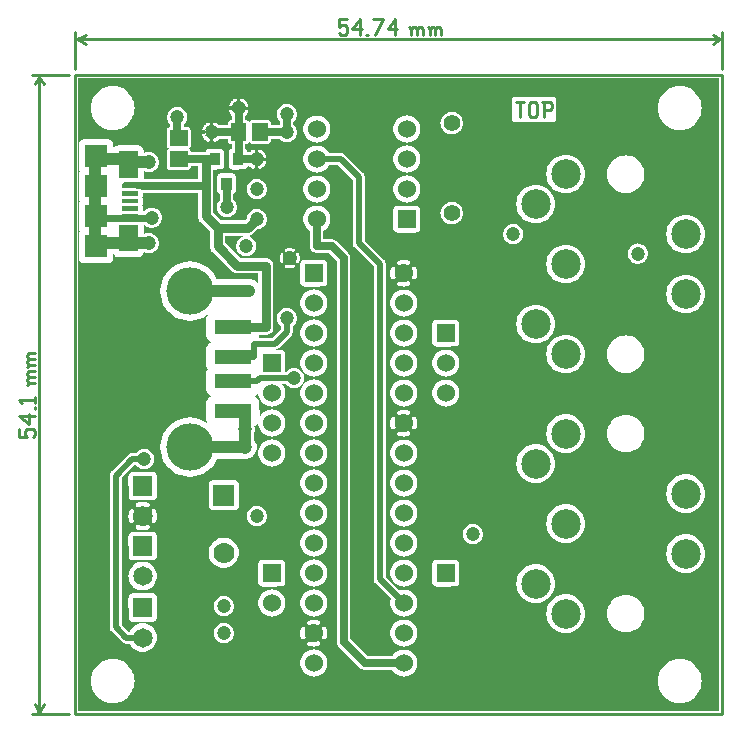
<source format=gbr>
G04 start of page 2 for group 0 idx 0 *
G04 Title: (unknown), top *
G04 Creator: pcb 20140316 *
G04 CreationDate: Sun 10 Nov 2019 02:50:04 PM GMT UTC *
G04 For: sladekm *
G04 Format: Gerber/RS-274X *
G04 PCB-Dimensions (mm): 70.00 70.00 *
G04 PCB-Coordinate-Origin: lower left *
%MOMM*%
%FSLAX43Y43*%
%LNTOP*%
%ADD37C,2.300*%
%ADD36C,2.400*%
%ADD35C,1.350*%
%ADD34C,0.500*%
%ADD33C,3.200*%
%ADD32C,1.200*%
%ADD31R,1.120X1.120*%
%ADD30R,1.600X1.600*%
%ADD29R,0.381X0.381*%
%ADD28R,1.300X1.300*%
%ADD27R,0.864X0.864*%
%ADD26C,4.000*%
%ADD25C,1.651*%
%ADD24C,1.778*%
%ADD23C,1.397*%
%ADD22C,2.500*%
%ADD21C,1.524*%
%ADD20C,0.381*%
%ADD19C,0.610*%
%ADD18C,0.700*%
%ADD17C,1.000*%
%ADD16C,1.016*%
%ADD15C,0.508*%
%ADD14C,0.800*%
%ADD13C,0.635*%
%ADD12C,0.002*%
%ADD11C,0.254*%
G54D11*X8509Y61491D02*X63246D01*
X8636Y64539D02*X62992D01*
X8509Y65174D02*Y61999D01*
X8636Y64539D02*X9398Y64158D01*
X8001Y61491D02*X4826D01*
X5080Y60729D02*X5461Y61364D01*
X5842Y60729D01*
X63246Y61491D02*Y7389D01*
Y65174D02*Y61999D01*
X62484Y64920D02*X63119Y64539D01*
X62484Y64158D01*
X8509Y7389D02*Y61491D01*
Y7389D02*X63246D01*
X9398Y64920D02*X8636Y64539D01*
X4826Y7389D02*X8001D01*
X5080Y8278D02*X5461Y7516D01*
X5842Y8278D01*
X5461Y61237D02*Y7516D01*
X3762Y31549D02*Y30884D01*
X4427D01*
X4261Y31050D01*
Y31383D02*Y31050D01*
Y31383D02*X4427Y31549D01*
X4926D01*
X5093Y31383D02*X4926Y31549D01*
X5093Y31383D02*Y31050D01*
X4926Y30884D02*X5093Y31050D01*
X4594Y31949D02*X3762Y32614D01*
X4594Y32781D02*Y31949D01*
X3762Y32614D02*X5093D01*
Y33346D02*Y33180D01*
X4028Y33746D02*X3762Y34012D01*
X5093D01*
Y34245D02*Y33746D01*
X4594Y35409D02*X5093D01*
X4594D02*X4427Y35576D01*
Y35742D02*Y35576D01*
Y35742D02*X4594Y35908D01*
X5093D01*
X4594D02*X4427Y36075D01*
Y36241D02*Y36075D01*
Y36241D02*X4594Y36407D01*
X5093D01*
X4427Y35243D02*X4594Y35409D01*
Y36973D02*X5093D01*
X4594D02*X4427Y37140D01*
Y37306D02*Y37140D01*
Y37306D02*X4594Y37472D01*
X5093D01*
X4594D02*X4427Y37639D01*
Y37805D02*Y37639D01*
Y37805D02*X4594Y37971D01*
X5093D01*
X4427Y36807D02*X4594Y36973D01*
X30861Y66238D02*X31526D01*
X30861D02*Y65573D01*
X31027Y65739D01*
X31360D01*
X31526Y65573D01*
Y65074D01*
X31360Y64907D02*X31526Y65074D01*
X31027Y64907D02*X31360D01*
X30861Y65074D02*X31027Y64907D01*
X31926Y65406D02*X32591Y66238D01*
X31926Y65406D02*X32758D01*
X32591Y66238D02*Y64907D01*
X33157D02*X33323D01*
X33889D02*X34554Y66238D01*
X33723D02*X34554D01*
X34954Y65406D02*X35619Y66238D01*
X34954Y65406D02*X35786D01*
X35619Y66238D02*Y64907D01*
X36950Y65406D02*Y64907D01*
Y65406D02*X37117Y65573D01*
X37283D01*
X37449Y65406D01*
Y64907D01*
Y65406D02*X37616Y65573D01*
X37782D01*
X37948Y65406D01*
Y64907D01*
X36784Y65573D02*X36950Y65406D01*
X38514D02*Y64907D01*
Y65406D02*X38680Y65573D01*
X38847D01*
X39013Y65406D01*
Y64907D01*
Y65406D02*X39180Y65573D01*
X39346D01*
X39512Y65406D01*
Y64907D01*
X38348Y65573D02*X38514Y65406D01*
G54D12*G36*
X59687Y61237D02*X62992D01*
Y7643D01*
X59687D01*
Y8324D01*
X59690Y8323D01*
X59981Y8346D01*
X60265Y8414D01*
X60534Y8526D01*
X60783Y8678D01*
X61005Y8868D01*
X61195Y9090D01*
X61347Y9339D01*
X61459Y9608D01*
X61527Y9892D01*
X61544Y10183D01*
X61527Y10474D01*
X61459Y10758D01*
X61347Y11027D01*
X61195Y11276D01*
X61005Y11498D01*
X60783Y11688D01*
X60534Y11840D01*
X60265Y11952D01*
X59981Y12020D01*
X59690Y12043D01*
X59687Y12042D01*
Y19424D01*
X59692Y19422D01*
X59942Y19362D01*
X60198Y19342D01*
X60454Y19362D01*
X60704Y19422D01*
X60941Y19520D01*
X61160Y19654D01*
X61355Y19821D01*
X61522Y20016D01*
X61656Y20235D01*
X61754Y20472D01*
X61814Y20722D01*
X61829Y20978D01*
X61814Y21234D01*
X61754Y21484D01*
X61656Y21721D01*
X61522Y21940D01*
X61355Y22135D01*
X61160Y22302D01*
X60941Y22436D01*
X60704Y22534D01*
X60454Y22594D01*
X60198Y22614D01*
X59942Y22594D01*
X59692Y22534D01*
X59687Y22532D01*
Y24504D01*
X59692Y24502D01*
X59942Y24442D01*
X60198Y24422D01*
X60454Y24442D01*
X60704Y24502D01*
X60941Y24600D01*
X61160Y24734D01*
X61355Y24901D01*
X61522Y25096D01*
X61656Y25315D01*
X61754Y25552D01*
X61814Y25802D01*
X61829Y26058D01*
X61814Y26314D01*
X61754Y26564D01*
X61656Y26801D01*
X61522Y27020D01*
X61355Y27215D01*
X61160Y27382D01*
X60941Y27516D01*
X60704Y27614D01*
X60454Y27674D01*
X60198Y27694D01*
X59942Y27674D01*
X59692Y27614D01*
X59687Y27612D01*
Y41395D01*
X59692Y41393D01*
X59942Y41333D01*
X60198Y41313D01*
X60454Y41333D01*
X60704Y41393D01*
X60941Y41491D01*
X61160Y41625D01*
X61355Y41792D01*
X61522Y41987D01*
X61656Y42206D01*
X61754Y42443D01*
X61814Y42693D01*
X61829Y42949D01*
X61814Y43205D01*
X61754Y43455D01*
X61656Y43692D01*
X61522Y43911D01*
X61355Y44106D01*
X61160Y44273D01*
X60941Y44407D01*
X60704Y44505D01*
X60454Y44565D01*
X60198Y44585D01*
X59942Y44565D01*
X59692Y44505D01*
X59687Y44503D01*
Y46475D01*
X59692Y46473D01*
X59942Y46413D01*
X60198Y46393D01*
X60454Y46413D01*
X60704Y46473D01*
X60941Y46571D01*
X61160Y46705D01*
X61355Y46872D01*
X61522Y47067D01*
X61656Y47286D01*
X61754Y47523D01*
X61814Y47773D01*
X61829Y48029D01*
X61814Y48285D01*
X61754Y48535D01*
X61656Y48772D01*
X61522Y48991D01*
X61355Y49186D01*
X61160Y49353D01*
X60941Y49487D01*
X60704Y49585D01*
X60454Y49645D01*
X60198Y49665D01*
X59942Y49645D01*
X59692Y49585D01*
X59687Y49583D01*
Y56838D01*
X59690Y56837D01*
X59981Y56860D01*
X60265Y56928D01*
X60534Y57040D01*
X60783Y57192D01*
X61005Y57382D01*
X61195Y57604D01*
X61347Y57853D01*
X61459Y58122D01*
X61527Y58406D01*
X61544Y58697D01*
X61527Y58988D01*
X61459Y59272D01*
X61347Y59541D01*
X61195Y59790D01*
X61005Y60012D01*
X60783Y60202D01*
X60534Y60354D01*
X60265Y60466D01*
X59981Y60534D01*
X59690Y60557D01*
X59687Y60556D01*
Y61237D01*
G37*
G36*
X56133D02*X59687D01*
Y60556D01*
X59399Y60534D01*
X59115Y60466D01*
X58846Y60354D01*
X58597Y60202D01*
X58375Y60012D01*
X58185Y59790D01*
X58033Y59541D01*
X57921Y59272D01*
X57853Y58988D01*
X57830Y58697D01*
X57853Y58406D01*
X57921Y58122D01*
X58033Y57853D01*
X58185Y57604D01*
X58375Y57382D01*
X58597Y57192D01*
X58846Y57040D01*
X59115Y56928D01*
X59399Y56860D01*
X59687Y56838D01*
Y49583D01*
X59455Y49487D01*
X59236Y49353D01*
X59041Y49186D01*
X58874Y48991D01*
X58740Y48772D01*
X58642Y48535D01*
X58582Y48285D01*
X58562Y48029D01*
X58582Y47773D01*
X58642Y47523D01*
X58740Y47286D01*
X58874Y47067D01*
X59041Y46872D01*
X59236Y46705D01*
X59455Y46571D01*
X59687Y46475D01*
Y44503D01*
X59455Y44407D01*
X59236Y44273D01*
X59041Y44106D01*
X58874Y43911D01*
X58740Y43692D01*
X58642Y43455D01*
X58582Y43205D01*
X58562Y42949D01*
X58582Y42693D01*
X58642Y42443D01*
X58740Y42206D01*
X58874Y41987D01*
X59041Y41792D01*
X59236Y41625D01*
X59455Y41491D01*
X59687Y41395D01*
Y27612D01*
X59455Y27516D01*
X59236Y27382D01*
X59041Y27215D01*
X58874Y27020D01*
X58740Y26801D01*
X58642Y26564D01*
X58582Y26314D01*
X58562Y26058D01*
X58582Y25802D01*
X58642Y25552D01*
X58740Y25315D01*
X58874Y25096D01*
X59041Y24901D01*
X59236Y24734D01*
X59455Y24600D01*
X59687Y24504D01*
Y22532D01*
X59455Y22436D01*
X59236Y22302D01*
X59041Y22135D01*
X58874Y21940D01*
X58740Y21721D01*
X58642Y21484D01*
X58582Y21234D01*
X58562Y20978D01*
X58582Y20722D01*
X58642Y20472D01*
X58740Y20235D01*
X58874Y20016D01*
X59041Y19821D01*
X59236Y19654D01*
X59455Y19520D01*
X59687Y19424D01*
Y12042D01*
X59399Y12020D01*
X59115Y11952D01*
X58846Y11840D01*
X58597Y11688D01*
X58375Y11498D01*
X58185Y11276D01*
X58033Y11027D01*
X57921Y10758D01*
X57853Y10474D01*
X57830Y10183D01*
X57853Y9892D01*
X57921Y9608D01*
X58033Y9339D01*
X58185Y9090D01*
X58375Y8868D01*
X58597Y8678D01*
X58846Y8526D01*
X59115Y8414D01*
X59399Y8346D01*
X59687Y8324D01*
Y7643D01*
X56133D01*
Y14685D01*
X56239Y14777D01*
X56401Y14966D01*
X56531Y15178D01*
X56626Y15408D01*
X56684Y15650D01*
X56699Y15898D01*
X56684Y16146D01*
X56626Y16388D01*
X56531Y16618D01*
X56401Y16830D01*
X56239Y17019D01*
X56133Y17111D01*
Y29925D01*
X56239Y30017D01*
X56401Y30206D01*
X56531Y30418D01*
X56626Y30648D01*
X56684Y30890D01*
X56699Y31138D01*
X56684Y31386D01*
X56626Y31628D01*
X56531Y31858D01*
X56401Y32070D01*
X56239Y32259D01*
X56133Y32351D01*
Y36656D01*
X56239Y36748D01*
X56401Y36937D01*
X56531Y37149D01*
X56626Y37379D01*
X56684Y37621D01*
X56699Y37869D01*
X56684Y38117D01*
X56626Y38359D01*
X56531Y38589D01*
X56401Y38801D01*
X56239Y38990D01*
X56133Y39082D01*
Y45521D01*
X56134Y45521D01*
X56268Y45532D01*
X56399Y45563D01*
X56523Y45615D01*
X56638Y45685D01*
X56740Y45772D01*
X56827Y45874D01*
X56897Y45989D01*
X56949Y46113D01*
X56980Y46244D01*
X56988Y46378D01*
X56980Y46512D01*
X56949Y46643D01*
X56897Y46767D01*
X56827Y46882D01*
X56740Y46984D01*
X56638Y47071D01*
X56523Y47141D01*
X56399Y47193D01*
X56268Y47224D01*
X56134Y47235D01*
X56133Y47235D01*
Y51896D01*
X56239Y51988D01*
X56401Y52177D01*
X56531Y52389D01*
X56626Y52619D01*
X56684Y52861D01*
X56699Y53109D01*
X56684Y53357D01*
X56626Y53599D01*
X56531Y53829D01*
X56401Y54041D01*
X56239Y54230D01*
X56133Y54322D01*
Y61237D01*
G37*
G36*
X50035D02*X56133D01*
Y54322D01*
X56050Y54392D01*
X55838Y54522D01*
X55608Y54617D01*
X55366Y54675D01*
X55118Y54695D01*
X54870Y54675D01*
X54628Y54617D01*
X54398Y54522D01*
X54186Y54392D01*
X53997Y54230D01*
X53835Y54041D01*
X53705Y53829D01*
X53610Y53599D01*
X53552Y53357D01*
X53532Y53109D01*
X53552Y52861D01*
X53610Y52619D01*
X53705Y52389D01*
X53835Y52177D01*
X53997Y51988D01*
X54186Y51826D01*
X54398Y51696D01*
X54628Y51601D01*
X54870Y51543D01*
X55118Y51523D01*
X55366Y51543D01*
X55608Y51601D01*
X55838Y51696D01*
X56050Y51826D01*
X56133Y51896D01*
Y47235D01*
X56000Y47224D01*
X55869Y47193D01*
X55745Y47141D01*
X55630Y47071D01*
X55528Y46984D01*
X55441Y46882D01*
X55371Y46767D01*
X55319Y46643D01*
X55288Y46512D01*
X55277Y46378D01*
X55288Y46244D01*
X55319Y46113D01*
X55371Y45989D01*
X55441Y45874D01*
X55528Y45772D01*
X55630Y45685D01*
X55745Y45615D01*
X55869Y45563D01*
X56000Y45532D01*
X56133Y45521D01*
Y39082D01*
X56050Y39152D01*
X55838Y39282D01*
X55608Y39377D01*
X55366Y39435D01*
X55118Y39455D01*
X54870Y39435D01*
X54628Y39377D01*
X54398Y39282D01*
X54186Y39152D01*
X53997Y38990D01*
X53835Y38801D01*
X53705Y38589D01*
X53610Y38359D01*
X53552Y38117D01*
X53532Y37869D01*
X53552Y37621D01*
X53610Y37379D01*
X53705Y37149D01*
X53835Y36937D01*
X53997Y36748D01*
X54186Y36586D01*
X54398Y36456D01*
X54628Y36361D01*
X54870Y36303D01*
X55118Y36283D01*
X55366Y36303D01*
X55608Y36361D01*
X55838Y36456D01*
X56050Y36586D01*
X56133Y36656D01*
Y32351D01*
X56050Y32421D01*
X55838Y32551D01*
X55608Y32646D01*
X55366Y32704D01*
X55118Y32724D01*
X54870Y32704D01*
X54628Y32646D01*
X54398Y32551D01*
X54186Y32421D01*
X53997Y32259D01*
X53835Y32070D01*
X53705Y31858D01*
X53610Y31628D01*
X53552Y31386D01*
X53532Y31138D01*
X53552Y30890D01*
X53610Y30648D01*
X53705Y30418D01*
X53835Y30206D01*
X53997Y30017D01*
X54186Y29855D01*
X54398Y29725D01*
X54628Y29630D01*
X54870Y29572D01*
X55118Y29552D01*
X55366Y29572D01*
X55608Y29630D01*
X55838Y29725D01*
X56050Y29855D01*
X56133Y29925D01*
Y17111D01*
X56050Y17181D01*
X55838Y17311D01*
X55608Y17406D01*
X55366Y17464D01*
X55118Y17484D01*
X54870Y17464D01*
X54628Y17406D01*
X54398Y17311D01*
X54186Y17181D01*
X53997Y17019D01*
X53835Y16830D01*
X53705Y16618D01*
X53610Y16388D01*
X53552Y16146D01*
X53532Y15898D01*
X53552Y15650D01*
X53610Y15408D01*
X53705Y15178D01*
X53835Y14966D01*
X53997Y14777D01*
X54186Y14615D01*
X54398Y14485D01*
X54628Y14390D01*
X54870Y14332D01*
X55118Y14312D01*
X55366Y14332D01*
X55608Y14390D01*
X55838Y14485D01*
X56050Y14615D01*
X56133Y14685D01*
Y7643D01*
X50035D01*
Y14262D01*
X50038Y14262D01*
X50294Y14282D01*
X50544Y14342D01*
X50781Y14440D01*
X51000Y14574D01*
X51195Y14741D01*
X51362Y14936D01*
X51496Y15155D01*
X51594Y15392D01*
X51654Y15642D01*
X51669Y15898D01*
X51654Y16154D01*
X51594Y16404D01*
X51496Y16641D01*
X51362Y16860D01*
X51195Y17055D01*
X51000Y17222D01*
X50781Y17356D01*
X50544Y17454D01*
X50294Y17514D01*
X50038Y17534D01*
X50035Y17534D01*
Y21882D01*
X50038Y21882D01*
X50294Y21902D01*
X50544Y21962D01*
X50781Y22060D01*
X51000Y22194D01*
X51195Y22361D01*
X51362Y22556D01*
X51496Y22775D01*
X51594Y23012D01*
X51654Y23262D01*
X51669Y23518D01*
X51654Y23774D01*
X51594Y24024D01*
X51496Y24261D01*
X51362Y24480D01*
X51195Y24675D01*
X51000Y24842D01*
X50781Y24976D01*
X50544Y25074D01*
X50294Y25134D01*
X50038Y25154D01*
X50035Y25154D01*
Y29502D01*
X50038Y29502D01*
X50294Y29522D01*
X50544Y29582D01*
X50781Y29680D01*
X51000Y29814D01*
X51195Y29981D01*
X51362Y30176D01*
X51496Y30395D01*
X51594Y30632D01*
X51654Y30882D01*
X51669Y31138D01*
X51654Y31394D01*
X51594Y31644D01*
X51496Y31881D01*
X51362Y32100D01*
X51195Y32295D01*
X51000Y32462D01*
X50781Y32596D01*
X50544Y32694D01*
X50294Y32754D01*
X50038Y32774D01*
X50035Y32774D01*
Y36233D01*
X50038Y36233D01*
X50294Y36253D01*
X50544Y36313D01*
X50781Y36411D01*
X51000Y36545D01*
X51195Y36712D01*
X51362Y36907D01*
X51496Y37126D01*
X51594Y37363D01*
X51654Y37613D01*
X51669Y37869D01*
X51654Y38125D01*
X51594Y38375D01*
X51496Y38612D01*
X51362Y38831D01*
X51195Y39026D01*
X51000Y39193D01*
X50781Y39327D01*
X50544Y39425D01*
X50294Y39485D01*
X50038Y39505D01*
X50035Y39505D01*
Y43853D01*
X50038Y43853D01*
X50294Y43873D01*
X50544Y43933D01*
X50781Y44031D01*
X51000Y44165D01*
X51195Y44332D01*
X51362Y44527D01*
X51496Y44746D01*
X51594Y44983D01*
X51654Y45233D01*
X51669Y45489D01*
X51654Y45745D01*
X51594Y45995D01*
X51496Y46232D01*
X51362Y46451D01*
X51195Y46646D01*
X51000Y46813D01*
X50781Y46947D01*
X50544Y47045D01*
X50294Y47105D01*
X50038Y47125D01*
X50035Y47125D01*
Y51473D01*
X50038Y51473D01*
X50294Y51493D01*
X50544Y51553D01*
X50781Y51651D01*
X51000Y51785D01*
X51195Y51952D01*
X51362Y52147D01*
X51496Y52366D01*
X51594Y52603D01*
X51654Y52853D01*
X51669Y53109D01*
X51654Y53365D01*
X51594Y53615D01*
X51496Y53852D01*
X51362Y54071D01*
X51195Y54266D01*
X51000Y54433D01*
X50781Y54567D01*
X50544Y54665D01*
X50294Y54725D01*
X50038Y54745D01*
X50035Y54745D01*
Y61237D01*
G37*
G36*
X47350D02*X50035D01*
Y54745D01*
X49782Y54725D01*
X49532Y54665D01*
X49295Y54567D01*
X49076Y54433D01*
X48881Y54266D01*
X48714Y54071D01*
X48580Y53852D01*
X48482Y53615D01*
X48422Y53365D01*
X48402Y53109D01*
X48422Y52853D01*
X48482Y52603D01*
X48580Y52366D01*
X48714Y52147D01*
X48881Y51952D01*
X49076Y51785D01*
X49295Y51651D01*
X49532Y51553D01*
X49782Y51493D01*
X50035Y51473D01*
Y47125D01*
X49782Y47105D01*
X49532Y47045D01*
X49295Y46947D01*
X49076Y46813D01*
X48881Y46646D01*
X48714Y46451D01*
X48580Y46232D01*
X48482Y45995D01*
X48422Y45745D01*
X48402Y45489D01*
X48422Y45233D01*
X48482Y44983D01*
X48580Y44746D01*
X48714Y44527D01*
X48881Y44332D01*
X49076Y44165D01*
X49295Y44031D01*
X49532Y43933D01*
X49782Y43873D01*
X50035Y43853D01*
Y39505D01*
X49782Y39485D01*
X49532Y39425D01*
X49295Y39327D01*
X49076Y39193D01*
X48881Y39026D01*
X48714Y38831D01*
X48580Y38612D01*
X48482Y38375D01*
X48422Y38125D01*
X48402Y37869D01*
X48422Y37613D01*
X48482Y37363D01*
X48580Y37126D01*
X48714Y36907D01*
X48881Y36712D01*
X49076Y36545D01*
X49295Y36411D01*
X49532Y36313D01*
X49782Y36253D01*
X50035Y36233D01*
Y32774D01*
X49782Y32754D01*
X49532Y32694D01*
X49295Y32596D01*
X49076Y32462D01*
X48881Y32295D01*
X48714Y32100D01*
X48580Y31881D01*
X48482Y31644D01*
X48422Y31394D01*
X48402Y31138D01*
X48422Y30882D01*
X48482Y30632D01*
X48580Y30395D01*
X48714Y30176D01*
X48881Y29981D01*
X49076Y29814D01*
X49295Y29680D01*
X49532Y29582D01*
X49782Y29522D01*
X50035Y29502D01*
Y25154D01*
X49782Y25134D01*
X49532Y25074D01*
X49295Y24976D01*
X49076Y24842D01*
X48881Y24675D01*
X48714Y24480D01*
X48580Y24261D01*
X48482Y24024D01*
X48422Y23774D01*
X48402Y23518D01*
X48422Y23262D01*
X48482Y23012D01*
X48580Y22775D01*
X48714Y22556D01*
X48881Y22361D01*
X49076Y22194D01*
X49295Y22060D01*
X49532Y21962D01*
X49782Y21902D01*
X50035Y21882D01*
Y17534D01*
X49782Y17514D01*
X49532Y17454D01*
X49295Y17356D01*
X49076Y17222D01*
X48881Y17055D01*
X48714Y16860D01*
X48580Y16641D01*
X48482Y16404D01*
X48422Y16154D01*
X48402Y15898D01*
X48422Y15642D01*
X48482Y15392D01*
X48580Y15155D01*
X48714Y14936D01*
X48881Y14741D01*
X49076Y14574D01*
X49295Y14440D01*
X49532Y14342D01*
X49782Y14282D01*
X50035Y14262D01*
Y7643D01*
X47350D01*
Y16814D01*
X47498Y16802D01*
X47754Y16822D01*
X48004Y16882D01*
X48241Y16980D01*
X48460Y17114D01*
X48655Y17281D01*
X48822Y17476D01*
X48956Y17695D01*
X49054Y17932D01*
X49114Y18182D01*
X49129Y18438D01*
X49114Y18694D01*
X49054Y18944D01*
X48956Y19181D01*
X48822Y19400D01*
X48655Y19595D01*
X48460Y19762D01*
X48241Y19896D01*
X48004Y19994D01*
X47754Y20054D01*
X47498Y20074D01*
X47350Y20062D01*
Y26974D01*
X47498Y26962D01*
X47754Y26982D01*
X48004Y27042D01*
X48241Y27140D01*
X48460Y27274D01*
X48655Y27441D01*
X48822Y27636D01*
X48956Y27855D01*
X49054Y28092D01*
X49114Y28342D01*
X49129Y28598D01*
X49114Y28854D01*
X49054Y29104D01*
X48956Y29341D01*
X48822Y29560D01*
X48655Y29755D01*
X48460Y29922D01*
X48241Y30056D01*
X48004Y30154D01*
X47754Y30214D01*
X47498Y30234D01*
X47350Y30222D01*
Y38785D01*
X47498Y38773D01*
X47754Y38793D01*
X48004Y38853D01*
X48241Y38951D01*
X48460Y39085D01*
X48655Y39252D01*
X48822Y39447D01*
X48956Y39666D01*
X49054Y39903D01*
X49114Y40153D01*
X49129Y40409D01*
X49114Y40665D01*
X49054Y40915D01*
X48956Y41152D01*
X48822Y41371D01*
X48655Y41566D01*
X48460Y41733D01*
X48241Y41867D01*
X48004Y41965D01*
X47754Y42025D01*
X47498Y42045D01*
X47350Y42033D01*
Y48945D01*
X47498Y48933D01*
X47754Y48953D01*
X48004Y49013D01*
X48241Y49111D01*
X48460Y49245D01*
X48655Y49412D01*
X48822Y49607D01*
X48956Y49826D01*
X49054Y50063D01*
X49114Y50313D01*
X49129Y50569D01*
X49114Y50825D01*
X49054Y51075D01*
X48956Y51312D01*
X48822Y51531D01*
X48655Y51726D01*
X48460Y51893D01*
X48241Y52027D01*
X48004Y52125D01*
X47754Y52185D01*
X47498Y52205D01*
X47350Y52193D01*
Y57517D01*
X49020Y57518D01*
X49059Y57528D01*
X49096Y57543D01*
X49130Y57564D01*
X49161Y57590D01*
X49187Y57620D01*
X49208Y57654D01*
X49223Y57691D01*
X49232Y57730D01*
X49235Y57770D01*
X49232Y59415D01*
X49223Y59454D01*
X49208Y59491D01*
X49187Y59525D01*
X49161Y59555D01*
X49130Y59581D01*
X49096Y59602D01*
X49059Y59617D01*
X49020Y59627D01*
X48981Y59629D01*
X47350Y59628D01*
Y61237D01*
G37*
G36*
X45592Y57551D02*X45604Y57543D01*
X45641Y57528D01*
X45680Y57518D01*
X45720Y57516D01*
X47350Y57517D01*
Y52193D01*
X47242Y52185D01*
X46992Y52125D01*
X46755Y52027D01*
X46536Y51893D01*
X46341Y51726D01*
X46174Y51531D01*
X46040Y51312D01*
X45942Y51075D01*
X45882Y50825D01*
X45862Y50569D01*
X45882Y50313D01*
X45942Y50063D01*
X46040Y49826D01*
X46174Y49607D01*
X46341Y49412D01*
X46536Y49245D01*
X46755Y49111D01*
X46992Y49013D01*
X47242Y48953D01*
X47350Y48945D01*
Y42033D01*
X47242Y42025D01*
X46992Y41965D01*
X46755Y41867D01*
X46536Y41733D01*
X46341Y41566D01*
X46174Y41371D01*
X46040Y41152D01*
X45942Y40915D01*
X45882Y40665D01*
X45862Y40409D01*
X45882Y40153D01*
X45942Y39903D01*
X46040Y39666D01*
X46174Y39447D01*
X46341Y39252D01*
X46536Y39085D01*
X46755Y38951D01*
X46992Y38853D01*
X47242Y38793D01*
X47350Y38785D01*
Y30222D01*
X47242Y30214D01*
X46992Y30154D01*
X46755Y30056D01*
X46536Y29922D01*
X46341Y29755D01*
X46174Y29560D01*
X46040Y29341D01*
X45942Y29104D01*
X45882Y28854D01*
X45862Y28598D01*
X45882Y28342D01*
X45942Y28092D01*
X46040Y27855D01*
X46174Y27636D01*
X46341Y27441D01*
X46536Y27274D01*
X46755Y27140D01*
X46992Y27042D01*
X47242Y26982D01*
X47350Y26974D01*
Y20062D01*
X47242Y20054D01*
X46992Y19994D01*
X46755Y19896D01*
X46536Y19762D01*
X46341Y19595D01*
X46174Y19400D01*
X46040Y19181D01*
X45942Y18944D01*
X45882Y18694D01*
X45862Y18438D01*
X45882Y18182D01*
X45942Y17932D01*
X46040Y17695D01*
X46174Y17476D01*
X46341Y17281D01*
X46536Y17114D01*
X46755Y16980D01*
X46992Y16882D01*
X47242Y16822D01*
X47350Y16814D01*
Y7643D01*
X45592D01*
Y47172D01*
X45593Y47172D01*
X45727Y47183D01*
X45858Y47214D01*
X45982Y47266D01*
X46097Y47336D01*
X46199Y47423D01*
X46286Y47525D01*
X46356Y47640D01*
X46408Y47764D01*
X46439Y47895D01*
X46447Y48029D01*
X46439Y48163D01*
X46408Y48294D01*
X46356Y48418D01*
X46286Y48533D01*
X46199Y48635D01*
X46097Y48722D01*
X45982Y48792D01*
X45858Y48844D01*
X45727Y48875D01*
X45593Y48886D01*
X45592Y48886D01*
Y57551D01*
G37*
G36*
Y61237D02*X47350D01*
Y59628D01*
X45680Y59627D01*
X45641Y59617D01*
X45604Y59602D01*
X45592Y59594D01*
Y61237D01*
G37*
G36*
X42163D02*X45592D01*
Y59594D01*
X45570Y59581D01*
X45540Y59555D01*
X45514Y59525D01*
X45493Y59491D01*
X45478Y59454D01*
X45468Y59415D01*
X45466Y59375D01*
X45468Y57730D01*
X45478Y57691D01*
X45493Y57654D01*
X45514Y57620D01*
X45540Y57590D01*
X45570Y57564D01*
X45592Y57551D01*
Y48886D01*
X45459Y48875D01*
X45328Y48844D01*
X45204Y48792D01*
X45089Y48722D01*
X44987Y48635D01*
X44900Y48533D01*
X44830Y48418D01*
X44778Y48294D01*
X44747Y48163D01*
X44736Y48029D01*
X44747Y47895D01*
X44778Y47764D01*
X44830Y47640D01*
X44900Y47525D01*
X44987Y47423D01*
X45089Y47336D01*
X45204Y47266D01*
X45328Y47214D01*
X45459Y47183D01*
X45592Y47172D01*
Y7643D01*
X42163D01*
Y21772D01*
X42164Y21772D01*
X42298Y21783D01*
X42429Y21814D01*
X42553Y21866D01*
X42668Y21936D01*
X42770Y22023D01*
X42857Y22125D01*
X42927Y22240D01*
X42979Y22364D01*
X43010Y22495D01*
X43018Y22629D01*
X43010Y22763D01*
X42979Y22894D01*
X42927Y23018D01*
X42857Y23133D01*
X42770Y23235D01*
X42668Y23322D01*
X42553Y23392D01*
X42429Y23444D01*
X42298Y23475D01*
X42164Y23486D01*
X42163Y23486D01*
Y61237D01*
G37*
G36*
X39876D02*X42163D01*
Y23486D01*
X42030Y23475D01*
X41899Y23444D01*
X41775Y23392D01*
X41660Y23322D01*
X41558Y23235D01*
X41471Y23133D01*
X41401Y23018D01*
X41349Y22894D01*
X41318Y22763D01*
X41307Y22629D01*
X41318Y22495D01*
X41349Y22364D01*
X41401Y22240D01*
X41471Y22125D01*
X41558Y22023D01*
X41660Y21936D01*
X41775Y21866D01*
X41899Y21814D01*
X42030Y21783D01*
X42163Y21772D01*
Y7643D01*
X39876D01*
Y18186D01*
X40700Y18188D01*
X40758Y18202D01*
X40814Y18224D01*
X40865Y18256D01*
X40910Y18295D01*
X40949Y18340D01*
X40981Y18391D01*
X41003Y18447D01*
X41017Y18505D01*
X41021Y18565D01*
X41017Y20149D01*
X41003Y20207D01*
X40981Y20263D01*
X40949Y20314D01*
X40910Y20359D01*
X40865Y20398D01*
X40814Y20430D01*
X40758Y20452D01*
X40700Y20466D01*
X40640Y20470D01*
X39876Y20468D01*
Y33421D01*
X39878Y33420D01*
X40057Y33435D01*
X40232Y33477D01*
X40399Y33545D01*
X40552Y33639D01*
X40689Y33756D01*
X40806Y33893D01*
X40900Y34046D01*
X40968Y34213D01*
X41010Y34388D01*
X41021Y34567D01*
X41010Y34746D01*
X40968Y34921D01*
X40900Y35088D01*
X40806Y35241D01*
X40689Y35378D01*
X40552Y35495D01*
X40399Y35589D01*
X40232Y35657D01*
X40057Y35699D01*
X39878Y35714D01*
X39876Y35713D01*
Y35961D01*
X39878Y35960D01*
X40057Y35975D01*
X40232Y36017D01*
X40399Y36085D01*
X40552Y36179D01*
X40689Y36296D01*
X40806Y36433D01*
X40900Y36586D01*
X40968Y36753D01*
X41010Y36928D01*
X41021Y37107D01*
X41010Y37286D01*
X40968Y37461D01*
X40900Y37628D01*
X40806Y37781D01*
X40689Y37918D01*
X40552Y38035D01*
X40399Y38129D01*
X40232Y38197D01*
X40057Y38239D01*
X39878Y38254D01*
X39876Y38253D01*
Y38506D01*
X40700Y38508D01*
X40758Y38522D01*
X40814Y38544D01*
X40865Y38576D01*
X40910Y38615D01*
X40949Y38660D01*
X40981Y38711D01*
X41003Y38767D01*
X41017Y38825D01*
X41021Y38885D01*
X41017Y40469D01*
X41003Y40527D01*
X40981Y40583D01*
X40949Y40634D01*
X40910Y40679D01*
X40865Y40718D01*
X40814Y40750D01*
X40758Y40772D01*
X40700Y40786D01*
X40640Y40790D01*
X39876Y40788D01*
Y49002D01*
X39952Y48956D01*
X40091Y48898D01*
X40237Y48863D01*
X40386Y48852D01*
X40535Y48863D01*
X40681Y48898D01*
X40820Y48956D01*
X40948Y49034D01*
X41062Y49131D01*
X41159Y49245D01*
X41237Y49373D01*
X41295Y49512D01*
X41330Y49658D01*
X41338Y49807D01*
X41330Y49956D01*
X41295Y50102D01*
X41237Y50241D01*
X41159Y50369D01*
X41062Y50483D01*
X40948Y50580D01*
X40820Y50658D01*
X40681Y50716D01*
X40535Y50751D01*
X40386Y50762D01*
X40237Y50751D01*
X40091Y50716D01*
X39952Y50658D01*
X39876Y50612D01*
Y56622D01*
X39952Y56576D01*
X40091Y56518D01*
X40237Y56483D01*
X40386Y56472D01*
X40535Y56483D01*
X40681Y56518D01*
X40820Y56576D01*
X40948Y56654D01*
X41062Y56751D01*
X41159Y56865D01*
X41237Y56993D01*
X41295Y57132D01*
X41330Y57278D01*
X41338Y57427D01*
X41330Y57576D01*
X41295Y57722D01*
X41237Y57861D01*
X41159Y57989D01*
X41062Y58103D01*
X40948Y58200D01*
X40820Y58278D01*
X40681Y58336D01*
X40535Y58371D01*
X40386Y58382D01*
X40237Y58371D01*
X40091Y58336D01*
X39952Y58278D01*
X39876Y58232D01*
Y61237D01*
G37*
G36*
X37240D02*X39876D01*
Y58232D01*
X39824Y58200D01*
X39710Y58103D01*
X39613Y57989D01*
X39535Y57861D01*
X39477Y57722D01*
X39442Y57576D01*
X39431Y57427D01*
X39442Y57278D01*
X39477Y57132D01*
X39535Y56993D01*
X39613Y56865D01*
X39710Y56751D01*
X39824Y56654D01*
X39876Y56622D01*
Y50612D01*
X39824Y50580D01*
X39710Y50483D01*
X39613Y50369D01*
X39535Y50241D01*
X39477Y50102D01*
X39442Y49956D01*
X39431Y49807D01*
X39442Y49658D01*
X39477Y49512D01*
X39535Y49373D01*
X39613Y49245D01*
X39710Y49131D01*
X39824Y49034D01*
X39876Y49002D01*
Y40788D01*
X39056Y40786D01*
X38998Y40772D01*
X38942Y40750D01*
X38891Y40718D01*
X38846Y40679D01*
X38807Y40634D01*
X38775Y40583D01*
X38753Y40527D01*
X38739Y40469D01*
X38735Y40409D01*
X38739Y38825D01*
X38753Y38767D01*
X38775Y38711D01*
X38807Y38660D01*
X38846Y38615D01*
X38891Y38576D01*
X38942Y38544D01*
X38998Y38522D01*
X39056Y38508D01*
X39116Y38504D01*
X39876Y38506D01*
Y38253D01*
X39699Y38239D01*
X39524Y38197D01*
X39357Y38129D01*
X39204Y38035D01*
X39067Y37918D01*
X38950Y37781D01*
X38856Y37628D01*
X38788Y37461D01*
X38746Y37286D01*
X38731Y37107D01*
X38746Y36928D01*
X38788Y36753D01*
X38856Y36586D01*
X38950Y36433D01*
X39067Y36296D01*
X39204Y36179D01*
X39357Y36085D01*
X39524Y36017D01*
X39699Y35975D01*
X39876Y35961D01*
Y35713D01*
X39699Y35699D01*
X39524Y35657D01*
X39357Y35589D01*
X39204Y35495D01*
X39067Y35378D01*
X38950Y35241D01*
X38856Y35088D01*
X38788Y34921D01*
X38746Y34746D01*
X38731Y34567D01*
X38746Y34388D01*
X38788Y34213D01*
X38856Y34046D01*
X38950Y33893D01*
X39067Y33756D01*
X39204Y33639D01*
X39357Y33545D01*
X39524Y33477D01*
X39699Y33435D01*
X39876Y33421D01*
Y20468D01*
X39056Y20466D01*
X38998Y20452D01*
X38942Y20430D01*
X38891Y20398D01*
X38846Y20359D01*
X38807Y20314D01*
X38775Y20263D01*
X38753Y20207D01*
X38739Y20149D01*
X38735Y20089D01*
X38739Y18505D01*
X38753Y18447D01*
X38775Y18391D01*
X38807Y18340D01*
X38846Y18295D01*
X38891Y18256D01*
X38942Y18224D01*
X38998Y18202D01*
X39056Y18188D01*
X39116Y18184D01*
X39876Y18186D01*
Y7643D01*
X37240D01*
Y11022D01*
X37250Y11033D01*
X37344Y11186D01*
X37412Y11353D01*
X37454Y11528D01*
X37465Y11707D01*
X37454Y11886D01*
X37412Y12061D01*
X37344Y12228D01*
X37250Y12381D01*
X37240Y12392D01*
Y13562D01*
X37250Y13573D01*
X37344Y13726D01*
X37412Y13893D01*
X37454Y14068D01*
X37465Y14247D01*
X37454Y14426D01*
X37412Y14601D01*
X37344Y14768D01*
X37250Y14921D01*
X37240Y14932D01*
Y16102D01*
X37250Y16113D01*
X37344Y16266D01*
X37412Y16433D01*
X37454Y16608D01*
X37465Y16787D01*
X37454Y16966D01*
X37412Y17141D01*
X37344Y17308D01*
X37250Y17461D01*
X37240Y17472D01*
Y18642D01*
X37250Y18653D01*
X37344Y18806D01*
X37412Y18973D01*
X37454Y19148D01*
X37465Y19327D01*
X37454Y19506D01*
X37412Y19681D01*
X37344Y19848D01*
X37250Y20001D01*
X37240Y20012D01*
Y21182D01*
X37250Y21193D01*
X37344Y21346D01*
X37412Y21513D01*
X37454Y21688D01*
X37465Y21867D01*
X37454Y22046D01*
X37412Y22221D01*
X37344Y22388D01*
X37250Y22541D01*
X37240Y22552D01*
Y23722D01*
X37250Y23733D01*
X37344Y23886D01*
X37412Y24053D01*
X37454Y24228D01*
X37465Y24407D01*
X37454Y24586D01*
X37412Y24761D01*
X37344Y24928D01*
X37250Y25081D01*
X37240Y25092D01*
Y26262D01*
X37250Y26273D01*
X37344Y26426D01*
X37412Y26593D01*
X37454Y26768D01*
X37465Y26947D01*
X37454Y27126D01*
X37412Y27301D01*
X37344Y27468D01*
X37250Y27621D01*
X37240Y27632D01*
Y28802D01*
X37250Y28813D01*
X37344Y28966D01*
X37412Y29133D01*
X37454Y29308D01*
X37465Y29487D01*
X37454Y29666D01*
X37412Y29841D01*
X37344Y30008D01*
X37250Y30161D01*
X37240Y30172D01*
Y31482D01*
X37251Y31483D01*
X37279Y31493D01*
X37306Y31507D01*
X37330Y31525D01*
X37351Y31546D01*
X37368Y31570D01*
X37381Y31597D01*
X37419Y31701D01*
X37445Y31808D01*
X37461Y31917D01*
X37466Y32027D01*
X37461Y32137D01*
X37445Y32246D01*
X37419Y32353D01*
X37382Y32457D01*
X37369Y32484D01*
X37352Y32509D01*
X37330Y32530D01*
X37306Y32548D01*
X37279Y32562D01*
X37251Y32571D01*
X37240Y32573D01*
Y33882D01*
X37250Y33893D01*
X37344Y34046D01*
X37412Y34213D01*
X37454Y34388D01*
X37465Y34567D01*
X37454Y34746D01*
X37412Y34921D01*
X37344Y35088D01*
X37250Y35241D01*
X37240Y35252D01*
Y36422D01*
X37250Y36433D01*
X37344Y36586D01*
X37412Y36753D01*
X37454Y36928D01*
X37465Y37107D01*
X37454Y37286D01*
X37412Y37461D01*
X37344Y37628D01*
X37250Y37781D01*
X37240Y37792D01*
Y38962D01*
X37250Y38973D01*
X37344Y39126D01*
X37412Y39293D01*
X37454Y39468D01*
X37465Y39647D01*
X37454Y39826D01*
X37412Y40001D01*
X37344Y40168D01*
X37250Y40321D01*
X37240Y40332D01*
Y41502D01*
X37250Y41513D01*
X37344Y41666D01*
X37412Y41833D01*
X37454Y42008D01*
X37465Y42187D01*
X37454Y42366D01*
X37412Y42541D01*
X37344Y42708D01*
X37250Y42861D01*
X37240Y42872D01*
Y44182D01*
X37251Y44183D01*
X37279Y44193D01*
X37306Y44207D01*
X37330Y44225D01*
X37351Y44246D01*
X37368Y44270D01*
X37381Y44297D01*
X37419Y44401D01*
X37445Y44508D01*
X37461Y44617D01*
X37466Y44727D01*
X37461Y44837D01*
X37445Y44946D01*
X37419Y45053D01*
X37382Y45157D01*
X37369Y45184D01*
X37352Y45209D01*
X37330Y45230D01*
X37306Y45248D01*
X37279Y45262D01*
X37251Y45271D01*
X37240Y45273D01*
Y48159D01*
X37398Y48160D01*
X37456Y48174D01*
X37512Y48196D01*
X37563Y48228D01*
X37608Y48267D01*
X37647Y48312D01*
X37679Y48363D01*
X37701Y48419D01*
X37715Y48477D01*
X37719Y48537D01*
X37715Y50121D01*
X37701Y50179D01*
X37679Y50235D01*
X37647Y50286D01*
X37608Y50331D01*
X37563Y50370D01*
X37512Y50402D01*
X37456Y50424D01*
X37398Y50438D01*
X37338Y50442D01*
X37240Y50442D01*
Y50905D01*
X37250Y50911D01*
X37387Y51028D01*
X37504Y51165D01*
X37598Y51318D01*
X37666Y51485D01*
X37708Y51660D01*
X37719Y51839D01*
X37708Y52018D01*
X37666Y52193D01*
X37598Y52360D01*
X37504Y52513D01*
X37387Y52650D01*
X37250Y52767D01*
X37240Y52773D01*
Y53445D01*
X37250Y53451D01*
X37387Y53568D01*
X37504Y53705D01*
X37598Y53858D01*
X37666Y54025D01*
X37708Y54200D01*
X37719Y54379D01*
X37708Y54558D01*
X37666Y54733D01*
X37598Y54900D01*
X37504Y55053D01*
X37387Y55190D01*
X37250Y55307D01*
X37240Y55313D01*
Y55985D01*
X37250Y55991D01*
X37387Y56108D01*
X37504Y56245D01*
X37598Y56398D01*
X37666Y56565D01*
X37708Y56740D01*
X37719Y56919D01*
X37708Y57098D01*
X37666Y57273D01*
X37598Y57440D01*
X37504Y57593D01*
X37387Y57730D01*
X37250Y57847D01*
X37240Y57853D01*
Y61237D01*
G37*
G36*
Y55313D02*X37097Y55401D01*
X36930Y55469D01*
X36755Y55511D01*
X36576Y55526D01*
X36397Y55511D01*
X36320Y55493D01*
Y55805D01*
X36397Y55787D01*
X36576Y55772D01*
X36755Y55787D01*
X36930Y55829D01*
X37097Y55897D01*
X37240Y55985D01*
Y55313D01*
G37*
G36*
Y52773D02*X37097Y52861D01*
X36930Y52929D01*
X36755Y52971D01*
X36576Y52986D01*
X36397Y52971D01*
X36320Y52953D01*
Y53265D01*
X36397Y53247D01*
X36576Y53232D01*
X36755Y53247D01*
X36930Y53289D01*
X37097Y53357D01*
X37240Y53445D01*
Y52773D01*
G37*
G36*
Y50442D02*X36320Y50440D01*
Y50725D01*
X36397Y50707D01*
X36576Y50692D01*
X36755Y50707D01*
X36930Y50749D01*
X37097Y50817D01*
X37240Y50905D01*
Y50442D01*
G37*
G36*
Y42872D02*X37133Y42998D01*
X36996Y43115D01*
X36843Y43209D01*
X36676Y43277D01*
X36501Y43319D01*
X36322Y43334D01*
X36320Y43333D01*
Y43583D01*
X36322Y43583D01*
X36432Y43588D01*
X36541Y43604D01*
X36648Y43630D01*
X36752Y43667D01*
X36779Y43680D01*
X36804Y43697D01*
X36825Y43719D01*
X36843Y43743D01*
X36857Y43770D01*
X36866Y43798D01*
X36871Y43828D01*
X36872Y43858D01*
X36867Y43888D01*
X36858Y43917D01*
X36844Y43943D01*
X36827Y43968D01*
X36806Y43989D01*
X36782Y44007D01*
X36755Y44021D01*
X36726Y44031D01*
X36697Y44036D01*
X36666Y44036D01*
X36637Y44031D01*
X36608Y44022D01*
X36539Y43997D01*
X36468Y43979D01*
X36395Y43969D01*
X36322Y43965D01*
X36320Y43965D01*
Y45489D01*
X36322Y45489D01*
X36395Y45485D01*
X36468Y45475D01*
X36539Y45457D01*
X36608Y45433D01*
X36637Y45424D01*
X36666Y45419D01*
X36696Y45419D01*
X36726Y45424D01*
X36754Y45434D01*
X36781Y45447D01*
X36805Y45465D01*
X36826Y45487D01*
X36844Y45511D01*
X36857Y45538D01*
X36866Y45566D01*
X36871Y45596D01*
X36870Y45626D01*
X36866Y45656D01*
X36856Y45684D01*
X36842Y45711D01*
X36824Y45735D01*
X36803Y45756D01*
X36779Y45773D01*
X36752Y45786D01*
X36648Y45824D01*
X36541Y45850D01*
X36432Y45866D01*
X36322Y45871D01*
X36320Y45871D01*
Y48157D01*
X37240Y48159D01*
Y45273D01*
X37221Y45276D01*
X37191Y45277D01*
X37161Y45272D01*
X37132Y45263D01*
X37106Y45249D01*
X37081Y45232D01*
X37060Y45211D01*
X37042Y45187D01*
X37028Y45160D01*
X37018Y45131D01*
X37013Y45102D01*
X37013Y45071D01*
X37018Y45042D01*
X37027Y45013D01*
X37052Y44944D01*
X37070Y44873D01*
X37080Y44800D01*
X37084Y44727D01*
X37080Y44654D01*
X37070Y44581D01*
X37052Y44510D01*
X37028Y44441D01*
X37019Y44412D01*
X37014Y44383D01*
X37014Y44353D01*
X37019Y44323D01*
X37029Y44295D01*
X37042Y44268D01*
X37060Y44244D01*
X37082Y44223D01*
X37106Y44205D01*
X37133Y44192D01*
X37161Y44183D01*
X37191Y44178D01*
X37221Y44179D01*
X37240Y44182D01*
Y42872D01*
G37*
G36*
Y40332D02*X37133Y40458D01*
X36996Y40575D01*
X36843Y40669D01*
X36676Y40737D01*
X36501Y40779D01*
X36322Y40794D01*
X36320Y40793D01*
Y41041D01*
X36322Y41040D01*
X36501Y41055D01*
X36676Y41097D01*
X36843Y41165D01*
X36996Y41259D01*
X37133Y41376D01*
X37240Y41502D01*
Y40332D01*
G37*
G36*
Y37792D02*X37133Y37918D01*
X36996Y38035D01*
X36843Y38129D01*
X36676Y38197D01*
X36501Y38239D01*
X36322Y38254D01*
X36320Y38253D01*
Y38501D01*
X36322Y38500D01*
X36501Y38515D01*
X36676Y38557D01*
X36843Y38625D01*
X36996Y38719D01*
X37133Y38836D01*
X37240Y38962D01*
Y37792D01*
G37*
G36*
Y35252D02*X37133Y35378D01*
X36996Y35495D01*
X36843Y35589D01*
X36676Y35657D01*
X36501Y35699D01*
X36322Y35714D01*
X36320Y35713D01*
Y35961D01*
X36322Y35960D01*
X36501Y35975D01*
X36676Y36017D01*
X36843Y36085D01*
X36996Y36179D01*
X37133Y36296D01*
X37240Y36422D01*
Y35252D01*
G37*
G36*
Y30172D02*X37133Y30298D01*
X36996Y30415D01*
X36843Y30509D01*
X36676Y30577D01*
X36501Y30619D01*
X36322Y30634D01*
X36320Y30633D01*
Y30883D01*
X36322Y30883D01*
X36432Y30888D01*
X36541Y30904D01*
X36648Y30930D01*
X36752Y30967D01*
X36779Y30980D01*
X36804Y30997D01*
X36825Y31019D01*
X36843Y31043D01*
X36857Y31070D01*
X36866Y31098D01*
X36871Y31128D01*
X36872Y31158D01*
X36867Y31188D01*
X36858Y31217D01*
X36844Y31243D01*
X36827Y31268D01*
X36806Y31289D01*
X36782Y31307D01*
X36755Y31321D01*
X36726Y31331D01*
X36697Y31336D01*
X36666Y31336D01*
X36637Y31331D01*
X36608Y31322D01*
X36539Y31297D01*
X36468Y31279D01*
X36395Y31269D01*
X36322Y31265D01*
X36320Y31265D01*
Y32789D01*
X36322Y32789D01*
X36395Y32785D01*
X36468Y32775D01*
X36539Y32757D01*
X36608Y32733D01*
X36637Y32724D01*
X36666Y32719D01*
X36696Y32719D01*
X36726Y32724D01*
X36754Y32734D01*
X36781Y32747D01*
X36805Y32765D01*
X36826Y32787D01*
X36844Y32811D01*
X36857Y32838D01*
X36866Y32866D01*
X36871Y32896D01*
X36870Y32926D01*
X36866Y32956D01*
X36856Y32984D01*
X36842Y33011D01*
X36824Y33035D01*
X36803Y33056D01*
X36779Y33073D01*
X36752Y33086D01*
X36648Y33124D01*
X36541Y33150D01*
X36432Y33166D01*
X36322Y33171D01*
X36320Y33171D01*
Y33421D01*
X36322Y33420D01*
X36501Y33435D01*
X36676Y33477D01*
X36843Y33545D01*
X36996Y33639D01*
X37133Y33756D01*
X37240Y33882D01*
Y32573D01*
X37221Y32576D01*
X37191Y32577D01*
X37161Y32572D01*
X37132Y32563D01*
X37106Y32549D01*
X37081Y32532D01*
X37060Y32511D01*
X37042Y32487D01*
X37028Y32460D01*
X37018Y32431D01*
X37013Y32402D01*
X37013Y32371D01*
X37018Y32342D01*
X37027Y32313D01*
X37052Y32244D01*
X37070Y32173D01*
X37080Y32100D01*
X37084Y32027D01*
X37080Y31954D01*
X37070Y31881D01*
X37052Y31810D01*
X37028Y31741D01*
X37019Y31712D01*
X37014Y31683D01*
X37014Y31653D01*
X37019Y31623D01*
X37029Y31595D01*
X37042Y31568D01*
X37060Y31544D01*
X37082Y31523D01*
X37106Y31505D01*
X37133Y31492D01*
X37161Y31483D01*
X37191Y31478D01*
X37221Y31479D01*
X37240Y31482D01*
Y30172D01*
G37*
G36*
Y27632D02*X37133Y27758D01*
X36996Y27875D01*
X36843Y27969D01*
X36676Y28037D01*
X36501Y28079D01*
X36322Y28094D01*
X36320Y28093D01*
Y28341D01*
X36322Y28340D01*
X36501Y28355D01*
X36676Y28397D01*
X36843Y28465D01*
X36996Y28559D01*
X37133Y28676D01*
X37240Y28802D01*
Y27632D01*
G37*
G36*
Y25092D02*X37133Y25218D01*
X36996Y25335D01*
X36843Y25429D01*
X36676Y25497D01*
X36501Y25539D01*
X36322Y25554D01*
X36320Y25553D01*
Y25801D01*
X36322Y25800D01*
X36501Y25815D01*
X36676Y25857D01*
X36843Y25925D01*
X36996Y26019D01*
X37133Y26136D01*
X37240Y26262D01*
Y25092D01*
G37*
G36*
Y22552D02*X37133Y22678D01*
X36996Y22795D01*
X36843Y22889D01*
X36676Y22957D01*
X36501Y22999D01*
X36322Y23014D01*
X36320Y23013D01*
Y23261D01*
X36322Y23260D01*
X36501Y23275D01*
X36676Y23317D01*
X36843Y23385D01*
X36996Y23479D01*
X37133Y23596D01*
X37240Y23722D01*
Y22552D01*
G37*
G36*
Y20012D02*X37133Y20138D01*
X36996Y20255D01*
X36843Y20349D01*
X36676Y20417D01*
X36501Y20459D01*
X36322Y20474D01*
X36320Y20473D01*
Y20721D01*
X36322Y20720D01*
X36501Y20735D01*
X36676Y20777D01*
X36843Y20845D01*
X36996Y20939D01*
X37133Y21056D01*
X37240Y21182D01*
Y20012D01*
G37*
G36*
Y17472D02*X37133Y17598D01*
X36996Y17715D01*
X36843Y17809D01*
X36676Y17877D01*
X36501Y17919D01*
X36322Y17934D01*
X36320Y17933D01*
Y18181D01*
X36322Y18180D01*
X36501Y18195D01*
X36676Y18237D01*
X36843Y18305D01*
X36996Y18399D01*
X37133Y18516D01*
X37240Y18642D01*
Y17472D01*
G37*
G36*
Y14932D02*X37133Y15058D01*
X36996Y15175D01*
X36843Y15269D01*
X36676Y15337D01*
X36501Y15379D01*
X36322Y15394D01*
X36320Y15393D01*
Y15641D01*
X36322Y15640D01*
X36501Y15655D01*
X36676Y15697D01*
X36843Y15765D01*
X36996Y15859D01*
X37133Y15976D01*
X37240Y16102D01*
Y14932D01*
G37*
G36*
Y12392D02*X37133Y12518D01*
X36996Y12635D01*
X36843Y12729D01*
X36676Y12797D01*
X36501Y12839D01*
X36322Y12854D01*
X36320Y12853D01*
Y13101D01*
X36322Y13100D01*
X36501Y13115D01*
X36676Y13157D01*
X36843Y13225D01*
X36996Y13319D01*
X37133Y13436D01*
X37240Y13562D01*
Y12392D01*
G37*
G36*
Y7643D02*X36320D01*
Y10561D01*
X36322Y10560D01*
X36501Y10575D01*
X36676Y10617D01*
X36843Y10685D01*
X36996Y10779D01*
X37133Y10896D01*
X37240Y11022D01*
Y7643D01*
G37*
G36*
X36320Y61237D02*X37240D01*
Y57853D01*
X37097Y57941D01*
X36930Y58009D01*
X36755Y58051D01*
X36576Y58066D01*
X36397Y58051D01*
X36320Y58033D01*
Y61237D01*
G37*
G36*
X35404Y11022D02*X35511Y10896D01*
X35648Y10779D01*
X35801Y10685D01*
X35968Y10617D01*
X36143Y10575D01*
X36320Y10561D01*
Y7643D01*
X35404D01*
Y11022D01*
G37*
G36*
Y13562D02*X35511Y13436D01*
X35648Y13319D01*
X35801Y13225D01*
X35968Y13157D01*
X36143Y13115D01*
X36320Y13101D01*
Y12853D01*
X36143Y12839D01*
X35968Y12797D01*
X35801Y12729D01*
X35648Y12635D01*
X35511Y12518D01*
X35404Y12392D01*
Y13562D01*
G37*
G36*
Y16102D02*X35511Y15976D01*
X35648Y15859D01*
X35801Y15765D01*
X35968Y15697D01*
X36143Y15655D01*
X36320Y15641D01*
Y15393D01*
X36143Y15379D01*
X35968Y15337D01*
X35801Y15269D01*
X35648Y15175D01*
X35511Y15058D01*
X35404Y14932D01*
Y16102D01*
G37*
G36*
Y18642D02*X35511Y18516D01*
X35648Y18399D01*
X35801Y18305D01*
X35968Y18237D01*
X36143Y18195D01*
X36320Y18181D01*
Y17933D01*
X36143Y17919D01*
X35968Y17877D01*
X35955Y17872D01*
X35404Y18423D01*
Y18642D01*
G37*
G36*
Y21182D02*X35511Y21056D01*
X35648Y20939D01*
X35801Y20845D01*
X35968Y20777D01*
X36143Y20735D01*
X36320Y20721D01*
Y20473D01*
X36143Y20459D01*
X35968Y20417D01*
X35801Y20349D01*
X35648Y20255D01*
X35511Y20138D01*
X35404Y20012D01*
Y21182D01*
G37*
G36*
Y23722D02*X35511Y23596D01*
X35648Y23479D01*
X35801Y23385D01*
X35968Y23317D01*
X36143Y23275D01*
X36320Y23261D01*
Y23013D01*
X36143Y22999D01*
X35968Y22957D01*
X35801Y22889D01*
X35648Y22795D01*
X35511Y22678D01*
X35404Y22552D01*
Y23722D01*
G37*
G36*
Y26262D02*X35511Y26136D01*
X35648Y26019D01*
X35801Y25925D01*
X35968Y25857D01*
X36143Y25815D01*
X36320Y25801D01*
Y25553D01*
X36143Y25539D01*
X35968Y25497D01*
X35801Y25429D01*
X35648Y25335D01*
X35511Y25218D01*
X35404Y25092D01*
Y26262D01*
G37*
G36*
Y28802D02*X35511Y28676D01*
X35648Y28559D01*
X35801Y28465D01*
X35968Y28397D01*
X36143Y28355D01*
X36320Y28341D01*
Y28093D01*
X36143Y28079D01*
X35968Y28037D01*
X35801Y27969D01*
X35648Y27875D01*
X35511Y27758D01*
X35404Y27632D01*
Y28802D01*
G37*
G36*
Y33882D02*X35511Y33756D01*
X35648Y33639D01*
X35801Y33545D01*
X35968Y33477D01*
X36143Y33435D01*
X36320Y33421D01*
Y33171D01*
X36212Y33166D01*
X36103Y33150D01*
X35996Y33124D01*
X35892Y33087D01*
X35865Y33074D01*
X35840Y33057D01*
X35819Y33035D01*
X35801Y33011D01*
X35787Y32984D01*
X35778Y32956D01*
X35773Y32926D01*
X35772Y32896D01*
X35777Y32866D01*
X35786Y32837D01*
X35800Y32811D01*
X35817Y32786D01*
X35838Y32765D01*
X35862Y32747D01*
X35889Y32733D01*
X35918Y32723D01*
X35947Y32718D01*
X35978Y32718D01*
X36007Y32723D01*
X36036Y32732D01*
X36105Y32757D01*
X36176Y32775D01*
X36249Y32785D01*
X36320Y32789D01*
Y31265D01*
X36249Y31269D01*
X36176Y31279D01*
X36105Y31297D01*
X36036Y31321D01*
X36007Y31330D01*
X35978Y31335D01*
X35948Y31335D01*
X35918Y31330D01*
X35890Y31320D01*
X35863Y31307D01*
X35839Y31289D01*
X35818Y31267D01*
X35800Y31243D01*
X35787Y31216D01*
X35778Y31188D01*
X35773Y31158D01*
X35774Y31128D01*
X35778Y31098D01*
X35788Y31070D01*
X35802Y31043D01*
X35820Y31019D01*
X35841Y30998D01*
X35865Y30981D01*
X35892Y30968D01*
X35996Y30930D01*
X36103Y30904D01*
X36212Y30888D01*
X36320Y30883D01*
Y30633D01*
X36143Y30619D01*
X35968Y30577D01*
X35801Y30509D01*
X35648Y30415D01*
X35511Y30298D01*
X35404Y30172D01*
Y31481D01*
X35423Y31478D01*
X35453Y31477D01*
X35483Y31482D01*
X35512Y31491D01*
X35538Y31505D01*
X35563Y31522D01*
X35584Y31543D01*
X35602Y31567D01*
X35616Y31594D01*
X35626Y31623D01*
X35631Y31652D01*
X35631Y31683D01*
X35626Y31712D01*
X35617Y31741D01*
X35592Y31810D01*
X35574Y31881D01*
X35564Y31954D01*
X35560Y32027D01*
X35564Y32100D01*
X35574Y32173D01*
X35592Y32244D01*
X35616Y32313D01*
X35625Y32342D01*
X35630Y32371D01*
X35630Y32401D01*
X35625Y32431D01*
X35615Y32459D01*
X35602Y32486D01*
X35584Y32510D01*
X35562Y32531D01*
X35538Y32549D01*
X35511Y32562D01*
X35483Y32571D01*
X35453Y32576D01*
X35423Y32575D01*
X35404Y32572D01*
Y33882D01*
G37*
G36*
Y36422D02*X35511Y36296D01*
X35648Y36179D01*
X35801Y36085D01*
X35968Y36017D01*
X36143Y35975D01*
X36320Y35961D01*
Y35713D01*
X36143Y35699D01*
X35968Y35657D01*
X35801Y35589D01*
X35648Y35495D01*
X35511Y35378D01*
X35404Y35252D01*
Y36422D01*
G37*
G36*
Y38962D02*X35511Y38836D01*
X35648Y38719D01*
X35801Y38625D01*
X35968Y38557D01*
X36143Y38515D01*
X36320Y38501D01*
Y38253D01*
X36143Y38239D01*
X35968Y38197D01*
X35801Y38129D01*
X35648Y38035D01*
X35511Y37918D01*
X35404Y37792D01*
Y38962D01*
G37*
G36*
Y41502D02*X35511Y41376D01*
X35648Y41259D01*
X35801Y41165D01*
X35968Y41097D01*
X36143Y41055D01*
X36320Y41041D01*
Y40793D01*
X36143Y40779D01*
X35968Y40737D01*
X35801Y40669D01*
X35648Y40575D01*
X35511Y40458D01*
X35404Y40332D01*
Y41502D01*
G37*
G36*
Y61237D02*X36320D01*
Y58033D01*
X36222Y58009D01*
X36055Y57941D01*
X35902Y57847D01*
X35765Y57730D01*
X35648Y57593D01*
X35554Y57440D01*
X35486Y57273D01*
X35444Y57098D01*
X35429Y56919D01*
X35444Y56740D01*
X35486Y56565D01*
X35554Y56398D01*
X35648Y56245D01*
X35765Y56108D01*
X35902Y55991D01*
X36055Y55897D01*
X36222Y55829D01*
X36320Y55805D01*
Y55493D01*
X36222Y55469D01*
X36055Y55401D01*
X35902Y55307D01*
X35765Y55190D01*
X35648Y55053D01*
X35554Y54900D01*
X35486Y54733D01*
X35444Y54558D01*
X35429Y54379D01*
X35444Y54200D01*
X35486Y54025D01*
X35554Y53858D01*
X35648Y53705D01*
X35765Y53568D01*
X35902Y53451D01*
X36055Y53357D01*
X36222Y53289D01*
X36320Y53265D01*
Y52953D01*
X36222Y52929D01*
X36055Y52861D01*
X35902Y52767D01*
X35765Y52650D01*
X35648Y52513D01*
X35554Y52360D01*
X35486Y52193D01*
X35444Y52018D01*
X35429Y51839D01*
X35444Y51660D01*
X35486Y51485D01*
X35554Y51318D01*
X35648Y51165D01*
X35765Y51028D01*
X35902Y50911D01*
X36055Y50817D01*
X36222Y50749D01*
X36320Y50725D01*
Y50440D01*
X35754Y50438D01*
X35696Y50424D01*
X35640Y50402D01*
X35589Y50370D01*
X35544Y50331D01*
X35505Y50286D01*
X35473Y50235D01*
X35451Y50179D01*
X35437Y50121D01*
X35433Y50061D01*
X35437Y48477D01*
X35451Y48419D01*
X35473Y48363D01*
X35505Y48312D01*
X35544Y48267D01*
X35589Y48228D01*
X35640Y48196D01*
X35696Y48174D01*
X35754Y48160D01*
X35814Y48156D01*
X36320Y48157D01*
Y45871D01*
X36212Y45866D01*
X36103Y45850D01*
X35996Y45824D01*
X35892Y45787D01*
X35865Y45774D01*
X35840Y45757D01*
X35819Y45735D01*
X35801Y45711D01*
X35787Y45684D01*
X35778Y45656D01*
X35773Y45626D01*
X35772Y45596D01*
X35777Y45566D01*
X35786Y45537D01*
X35800Y45511D01*
X35817Y45486D01*
X35838Y45465D01*
X35862Y45447D01*
X35889Y45433D01*
X35918Y45423D01*
X35947Y45418D01*
X35978Y45418D01*
X36007Y45423D01*
X36036Y45432D01*
X36105Y45457D01*
X36176Y45475D01*
X36249Y45485D01*
X36320Y45489D01*
Y43965D01*
X36249Y43969D01*
X36176Y43979D01*
X36105Y43997D01*
X36036Y44021D01*
X36007Y44030D01*
X35978Y44035D01*
X35948Y44035D01*
X35918Y44030D01*
X35890Y44020D01*
X35863Y44007D01*
X35839Y43989D01*
X35818Y43967D01*
X35800Y43943D01*
X35787Y43916D01*
X35778Y43888D01*
X35773Y43858D01*
X35774Y43828D01*
X35778Y43798D01*
X35788Y43770D01*
X35802Y43743D01*
X35820Y43719D01*
X35841Y43698D01*
X35865Y43681D01*
X35892Y43668D01*
X35996Y43630D01*
X36103Y43604D01*
X36212Y43588D01*
X36320Y43583D01*
Y43333D01*
X36143Y43319D01*
X35968Y43277D01*
X35801Y43209D01*
X35648Y43115D01*
X35511Y42998D01*
X35404Y42872D01*
Y44181D01*
X35423Y44178D01*
X35453Y44177D01*
X35483Y44182D01*
X35512Y44191D01*
X35538Y44205D01*
X35563Y44222D01*
X35584Y44243D01*
X35602Y44267D01*
X35616Y44294D01*
X35626Y44323D01*
X35631Y44352D01*
X35631Y44383D01*
X35626Y44412D01*
X35617Y44441D01*
X35592Y44510D01*
X35574Y44581D01*
X35564Y44654D01*
X35560Y44727D01*
X35564Y44800D01*
X35574Y44873D01*
X35592Y44944D01*
X35616Y45013D01*
X35625Y45042D01*
X35630Y45071D01*
X35630Y45101D01*
X35625Y45131D01*
X35615Y45159D01*
X35602Y45186D01*
X35584Y45210D01*
X35562Y45231D01*
X35538Y45249D01*
X35511Y45262D01*
X35483Y45271D01*
X35453Y45276D01*
X35423Y45275D01*
X35404Y45272D01*
Y61237D01*
G37*
G36*
X21335Y45327D02*X21744Y44918D01*
X21761Y44898D01*
X21839Y44831D01*
X21927Y44777D01*
X22022Y44738D01*
X22122Y44714D01*
X22122D01*
X22225Y44706D01*
X22251Y44708D01*
X23984D01*
Y43897D01*
X23962Y43924D01*
X23840Y44027D01*
X23704Y44111D01*
X23556Y44172D01*
X23400Y44210D01*
X23241Y44219D01*
X21335D01*
Y45327D01*
G37*
G36*
X29620Y46442D02*X29989D01*
X30670Y45760D01*
Y13507D01*
X30669Y13485D01*
X30676Y13395D01*
X30697Y13308D01*
X30731Y13225D01*
X30778Y13148D01*
X30778Y13148D01*
X30837Y13080D01*
X30854Y13065D01*
X32600Y11319D01*
X32615Y11302D01*
X32683Y11243D01*
X32683Y11243D01*
X32760Y11196D01*
X32843Y11162D01*
X32930Y11141D01*
X33020Y11134D01*
X33042Y11136D01*
X35332D01*
X35394Y11033D01*
X35404Y11022D01*
Y7643D01*
X29620D01*
Y11022D01*
X29630Y11033D01*
X29724Y11186D01*
X29792Y11353D01*
X29834Y11528D01*
X29845Y11707D01*
X29834Y11886D01*
X29792Y12061D01*
X29724Y12228D01*
X29630Y12381D01*
X29620Y12392D01*
Y13702D01*
X29631Y13703D01*
X29659Y13713D01*
X29686Y13727D01*
X29710Y13745D01*
X29731Y13766D01*
X29748Y13790D01*
X29761Y13817D01*
X29799Y13921D01*
X29825Y14028D01*
X29841Y14137D01*
X29846Y14247D01*
X29841Y14357D01*
X29825Y14466D01*
X29799Y14573D01*
X29762Y14677D01*
X29749Y14704D01*
X29732Y14729D01*
X29710Y14750D01*
X29686Y14768D01*
X29659Y14782D01*
X29631Y14791D01*
X29620Y14793D01*
Y16102D01*
X29630Y16113D01*
X29724Y16266D01*
X29792Y16433D01*
X29834Y16608D01*
X29845Y16787D01*
X29834Y16966D01*
X29792Y17141D01*
X29724Y17308D01*
X29630Y17461D01*
X29620Y17472D01*
Y18642D01*
X29630Y18653D01*
X29724Y18806D01*
X29792Y18973D01*
X29834Y19148D01*
X29845Y19327D01*
X29834Y19506D01*
X29792Y19681D01*
X29724Y19848D01*
X29630Y20001D01*
X29620Y20012D01*
Y21182D01*
X29630Y21193D01*
X29724Y21346D01*
X29792Y21513D01*
X29834Y21688D01*
X29845Y21867D01*
X29834Y22046D01*
X29792Y22221D01*
X29724Y22388D01*
X29630Y22541D01*
X29620Y22552D01*
Y23722D01*
X29630Y23733D01*
X29724Y23886D01*
X29792Y24053D01*
X29834Y24228D01*
X29845Y24407D01*
X29834Y24586D01*
X29792Y24761D01*
X29724Y24928D01*
X29630Y25081D01*
X29620Y25092D01*
Y26262D01*
X29630Y26273D01*
X29724Y26426D01*
X29792Y26593D01*
X29834Y26768D01*
X29845Y26947D01*
X29834Y27126D01*
X29792Y27301D01*
X29724Y27468D01*
X29630Y27621D01*
X29620Y27632D01*
Y28802D01*
X29630Y28813D01*
X29724Y28966D01*
X29792Y29133D01*
X29834Y29308D01*
X29845Y29487D01*
X29834Y29666D01*
X29792Y29841D01*
X29724Y30008D01*
X29630Y30161D01*
X29620Y30172D01*
Y31342D01*
X29630Y31353D01*
X29724Y31506D01*
X29792Y31673D01*
X29834Y31848D01*
X29845Y32027D01*
X29834Y32206D01*
X29792Y32381D01*
X29724Y32548D01*
X29630Y32701D01*
X29620Y32712D01*
Y33882D01*
X29630Y33893D01*
X29724Y34046D01*
X29792Y34213D01*
X29834Y34388D01*
X29845Y34567D01*
X29834Y34746D01*
X29792Y34921D01*
X29724Y35088D01*
X29630Y35241D01*
X29620Y35252D01*
Y36422D01*
X29630Y36433D01*
X29724Y36586D01*
X29792Y36753D01*
X29834Y36928D01*
X29845Y37107D01*
X29834Y37286D01*
X29792Y37461D01*
X29724Y37628D01*
X29630Y37781D01*
X29620Y37792D01*
Y38962D01*
X29630Y38973D01*
X29724Y39126D01*
X29792Y39293D01*
X29834Y39468D01*
X29845Y39647D01*
X29834Y39826D01*
X29792Y40001D01*
X29724Y40168D01*
X29630Y40321D01*
X29620Y40332D01*
Y41502D01*
X29630Y41513D01*
X29724Y41666D01*
X29792Y41833D01*
X29834Y42008D01*
X29845Y42187D01*
X29834Y42366D01*
X29792Y42541D01*
X29724Y42708D01*
X29630Y42861D01*
X29620Y42872D01*
Y43617D01*
X29638Y43624D01*
X29689Y43656D01*
X29734Y43695D01*
X29773Y43740D01*
X29805Y43791D01*
X29827Y43847D01*
X29841Y43905D01*
X29845Y43965D01*
X29841Y45549D01*
X29827Y45607D01*
X29805Y45663D01*
X29773Y45714D01*
X29734Y45759D01*
X29689Y45798D01*
X29638Y45830D01*
X29620Y45837D01*
Y46442D01*
G37*
G36*
Y42872D02*X29513Y42998D01*
X29376Y43115D01*
X29223Y43209D01*
X29056Y43277D01*
X28954Y43302D01*
Y43586D01*
X29524Y43588D01*
X29582Y43602D01*
X29620Y43617D01*
Y42872D01*
G37*
G36*
Y40332D02*X29513Y40458D01*
X29376Y40575D01*
X29223Y40669D01*
X29056Y40737D01*
X28954Y40762D01*
Y41072D01*
X29056Y41097D01*
X29223Y41165D01*
X29376Y41259D01*
X29513Y41376D01*
X29620Y41502D01*
Y40332D01*
G37*
G36*
Y37792D02*X29513Y37918D01*
X29376Y38035D01*
X29223Y38129D01*
X29056Y38197D01*
X28954Y38222D01*
Y38532D01*
X29056Y38557D01*
X29223Y38625D01*
X29376Y38719D01*
X29513Y38836D01*
X29620Y38962D01*
Y37792D01*
G37*
G36*
Y35252D02*X29513Y35378D01*
X29376Y35495D01*
X29223Y35589D01*
X29056Y35657D01*
X28954Y35682D01*
Y35992D01*
X29056Y36017D01*
X29223Y36085D01*
X29376Y36179D01*
X29513Y36296D01*
X29620Y36422D01*
Y35252D01*
G37*
G36*
Y32712D02*X29513Y32838D01*
X29376Y32955D01*
X29223Y33049D01*
X29056Y33117D01*
X28954Y33142D01*
Y33452D01*
X29056Y33477D01*
X29223Y33545D01*
X29376Y33639D01*
X29513Y33756D01*
X29620Y33882D01*
Y32712D01*
G37*
G36*
Y30172D02*X29513Y30298D01*
X29376Y30415D01*
X29223Y30509D01*
X29056Y30577D01*
X28954Y30602D01*
Y30912D01*
X29056Y30937D01*
X29223Y31005D01*
X29376Y31099D01*
X29513Y31216D01*
X29620Y31342D01*
Y30172D01*
G37*
G36*
Y27632D02*X29513Y27758D01*
X29376Y27875D01*
X29223Y27969D01*
X29056Y28037D01*
X28954Y28062D01*
Y28372D01*
X29056Y28397D01*
X29223Y28465D01*
X29376Y28559D01*
X29513Y28676D01*
X29620Y28802D01*
Y27632D01*
G37*
G36*
Y25092D02*X29513Y25218D01*
X29376Y25335D01*
X29223Y25429D01*
X29056Y25497D01*
X28954Y25522D01*
Y25832D01*
X29056Y25857D01*
X29223Y25925D01*
X29376Y26019D01*
X29513Y26136D01*
X29620Y26262D01*
Y25092D01*
G37*
G36*
Y22552D02*X29513Y22678D01*
X29376Y22795D01*
X29223Y22889D01*
X29056Y22957D01*
X28954Y22982D01*
Y23292D01*
X29056Y23317D01*
X29223Y23385D01*
X29376Y23479D01*
X29513Y23596D01*
X29620Y23722D01*
Y22552D01*
G37*
G36*
Y20012D02*X29513Y20138D01*
X29376Y20255D01*
X29223Y20349D01*
X29056Y20417D01*
X28954Y20442D01*
Y20752D01*
X29056Y20777D01*
X29223Y20845D01*
X29376Y20939D01*
X29513Y21056D01*
X29620Y21182D01*
Y20012D01*
G37*
G36*
Y17472D02*X29513Y17598D01*
X29376Y17715D01*
X29223Y17809D01*
X29056Y17877D01*
X28954Y17902D01*
Y18212D01*
X29056Y18237D01*
X29223Y18305D01*
X29376Y18399D01*
X29513Y18516D01*
X29620Y18642D01*
Y17472D01*
G37*
G36*
Y12392D02*X29513Y12518D01*
X29376Y12635D01*
X29223Y12729D01*
X29056Y12797D01*
X28954Y12822D01*
Y13132D01*
X29028Y13150D01*
X29132Y13187D01*
X29159Y13200D01*
X29184Y13217D01*
X29205Y13239D01*
X29223Y13263D01*
X29237Y13290D01*
X29246Y13318D01*
X29251Y13348D01*
X29252Y13378D01*
X29247Y13408D01*
X29238Y13437D01*
X29224Y13463D01*
X29207Y13488D01*
X29186Y13509D01*
X29162Y13527D01*
X29135Y13541D01*
X29106Y13551D01*
X29077Y13556D01*
X29046Y13556D01*
X29017Y13551D01*
X28988Y13542D01*
X28954Y13529D01*
Y14965D01*
X28988Y14953D01*
X29017Y14944D01*
X29046Y14939D01*
X29076Y14939D01*
X29106Y14944D01*
X29134Y14954D01*
X29161Y14967D01*
X29185Y14985D01*
X29206Y15007D01*
X29224Y15031D01*
X29237Y15058D01*
X29246Y15086D01*
X29251Y15116D01*
X29250Y15146D01*
X29246Y15176D01*
X29236Y15204D01*
X29222Y15231D01*
X29204Y15255D01*
X29183Y15276D01*
X29159Y15293D01*
X29132Y15306D01*
X29028Y15344D01*
X28954Y15362D01*
Y15672D01*
X29056Y15697D01*
X29223Y15765D01*
X29376Y15859D01*
X29513Y15976D01*
X29620Y16102D01*
Y14793D01*
X29601Y14796D01*
X29571Y14797D01*
X29541Y14792D01*
X29512Y14783D01*
X29486Y14769D01*
X29461Y14752D01*
X29440Y14731D01*
X29422Y14707D01*
X29408Y14680D01*
X29398Y14651D01*
X29393Y14622D01*
X29393Y14591D01*
X29398Y14562D01*
X29407Y14533D01*
X29432Y14464D01*
X29450Y14393D01*
X29460Y14320D01*
X29464Y14247D01*
X29460Y14174D01*
X29450Y14101D01*
X29432Y14030D01*
X29408Y13961D01*
X29399Y13932D01*
X29394Y13903D01*
X29394Y13873D01*
X29399Y13843D01*
X29409Y13815D01*
X29422Y13788D01*
X29440Y13764D01*
X29462Y13743D01*
X29486Y13725D01*
X29513Y13712D01*
X29541Y13703D01*
X29571Y13698D01*
X29601Y13699D01*
X29620Y13702D01*
Y12392D01*
G37*
G36*
Y7643D02*X28954D01*
Y10592D01*
X29056Y10617D01*
X29223Y10685D01*
X29376Y10779D01*
X29513Y10896D01*
X29620Y11022D01*
Y7643D01*
G37*
G36*
X28954Y46440D02*X28956Y46440D01*
X28978Y46442D01*
X29620D01*
Y45837D01*
X29582Y45852D01*
X29524Y45866D01*
X29464Y45870D01*
X28954Y45869D01*
Y46440D01*
G37*
G36*
Y53233D02*X28956Y53232D01*
X29135Y53247D01*
X29310Y53289D01*
X29477Y53357D01*
X29630Y53451D01*
X29767Y53568D01*
X29884Y53705D01*
X29978Y53858D01*
X29983Y53871D01*
X30778D01*
X32004Y52645D01*
Y47287D01*
X32002Y47267D01*
X32009Y47187D01*
X32023Y47128D01*
X32027Y47110D01*
X32036Y47088D01*
X32058Y47036D01*
X32100Y46967D01*
X32100Y46967D01*
X32152Y46907D01*
X32167Y46894D01*
X33782Y45279D01*
Y18839D01*
X33780Y18819D01*
X33787Y18739D01*
X33801Y18680D01*
X33805Y18662D01*
X33814Y18640D01*
X33836Y18588D01*
X33878Y18519D01*
X33878Y18519D01*
X33930Y18459D01*
X33945Y18446D01*
X35237Y17154D01*
X35232Y17141D01*
X35190Y16966D01*
X35175Y16787D01*
X35190Y16608D01*
X35232Y16433D01*
X35300Y16266D01*
X35394Y16113D01*
X35404Y16102D01*
Y14932D01*
X35394Y14921D01*
X35300Y14768D01*
X35232Y14601D01*
X35190Y14426D01*
X35175Y14247D01*
X35190Y14068D01*
X35232Y13893D01*
X35300Y13726D01*
X35394Y13573D01*
X35404Y13562D01*
Y12392D01*
X35394Y12381D01*
X35332Y12278D01*
X33257D01*
X31813Y13722D01*
Y45975D01*
X31815Y45997D01*
X31808Y46087D01*
X31787Y46174D01*
X31777Y46198D01*
X31753Y46257D01*
X31724Y46305D01*
X31706Y46334D01*
X31706Y46334D01*
X31647Y46402D01*
X31630Y46417D01*
X30646Y47401D01*
X30631Y47418D01*
X30563Y47477D01*
X30486Y47524D01*
X30403Y47558D01*
X30316Y47579D01*
X30316Y47579D01*
X30226Y47586D01*
X30204Y47585D01*
X29527D01*
Y48309D01*
X29630Y48371D01*
X29767Y48488D01*
X29884Y48625D01*
X29978Y48778D01*
X30046Y48945D01*
X30088Y49120D01*
X30099Y49299D01*
X30088Y49478D01*
X30046Y49653D01*
X29978Y49820D01*
X29884Y49973D01*
X29767Y50110D01*
X29630Y50227D01*
X29477Y50321D01*
X29310Y50389D01*
X29135Y50431D01*
X28956Y50446D01*
X28954Y50445D01*
Y50693D01*
X28956Y50692D01*
X29135Y50707D01*
X29310Y50749D01*
X29477Y50817D01*
X29630Y50911D01*
X29767Y51028D01*
X29884Y51165D01*
X29978Y51318D01*
X30046Y51485D01*
X30088Y51660D01*
X30099Y51839D01*
X30088Y52018D01*
X30046Y52193D01*
X29978Y52360D01*
X29884Y52513D01*
X29767Y52650D01*
X29630Y52767D01*
X29477Y52861D01*
X29310Y52929D01*
X29135Y52971D01*
X28956Y52986D01*
X28954Y52985D01*
Y53233D01*
G37*
G36*
Y61237D02*X35404D01*
Y45272D01*
X35393Y45271D01*
X35365Y45261D01*
X35338Y45247D01*
X35314Y45229D01*
X35293Y45208D01*
X35276Y45184D01*
X35263Y45157D01*
X35225Y45053D01*
X35199Y44946D01*
X35183Y44837D01*
X35178Y44727D01*
X35183Y44617D01*
X35199Y44508D01*
X35225Y44401D01*
X35262Y44297D01*
X35275Y44270D01*
X35292Y44245D01*
X35314Y44224D01*
X35338Y44206D01*
X35365Y44192D01*
X35393Y44183D01*
X35404Y44181D01*
Y42872D01*
X35394Y42861D01*
X35300Y42708D01*
X35232Y42541D01*
X35190Y42366D01*
X35175Y42187D01*
X35190Y42008D01*
X35232Y41833D01*
X35300Y41666D01*
X35394Y41513D01*
X35404Y41502D01*
Y40332D01*
X35394Y40321D01*
X35300Y40168D01*
X35232Y40001D01*
X35190Y39826D01*
X35175Y39647D01*
X35190Y39468D01*
X35232Y39293D01*
X35300Y39126D01*
X35394Y38973D01*
X35404Y38962D01*
Y37792D01*
X35394Y37781D01*
X35300Y37628D01*
X35232Y37461D01*
X35190Y37286D01*
X35175Y37107D01*
X35190Y36928D01*
X35232Y36753D01*
X35300Y36586D01*
X35394Y36433D01*
X35404Y36422D01*
Y35252D01*
X35394Y35241D01*
X35300Y35088D01*
X35232Y34921D01*
X35190Y34746D01*
X35175Y34567D01*
X35190Y34388D01*
X35232Y34213D01*
X35300Y34046D01*
X35394Y33893D01*
X35404Y33882D01*
Y32572D01*
X35393Y32571D01*
X35365Y32561D01*
X35338Y32547D01*
X35314Y32529D01*
X35293Y32508D01*
X35276Y32484D01*
X35263Y32457D01*
X35225Y32353D01*
X35199Y32246D01*
X35183Y32137D01*
X35178Y32027D01*
X35183Y31917D01*
X35199Y31808D01*
X35225Y31701D01*
X35262Y31597D01*
X35275Y31570D01*
X35292Y31545D01*
X35314Y31524D01*
X35338Y31506D01*
X35365Y31492D01*
X35393Y31483D01*
X35404Y31481D01*
Y30172D01*
X35394Y30161D01*
X35300Y30008D01*
X35232Y29841D01*
X35190Y29666D01*
X35175Y29487D01*
X35190Y29308D01*
X35232Y29133D01*
X35300Y28966D01*
X35394Y28813D01*
X35404Y28802D01*
Y27632D01*
X35394Y27621D01*
X35300Y27468D01*
X35232Y27301D01*
X35190Y27126D01*
X35175Y26947D01*
X35190Y26768D01*
X35232Y26593D01*
X35300Y26426D01*
X35394Y26273D01*
X35404Y26262D01*
Y25092D01*
X35394Y25081D01*
X35300Y24928D01*
X35232Y24761D01*
X35190Y24586D01*
X35175Y24407D01*
X35190Y24228D01*
X35232Y24053D01*
X35300Y23886D01*
X35394Y23733D01*
X35404Y23722D01*
Y22552D01*
X35394Y22541D01*
X35300Y22388D01*
X35232Y22221D01*
X35190Y22046D01*
X35175Y21867D01*
X35190Y21688D01*
X35232Y21513D01*
X35300Y21346D01*
X35394Y21193D01*
X35404Y21182D01*
Y20012D01*
X35394Y20001D01*
X35300Y19848D01*
X35232Y19681D01*
X35190Y19506D01*
X35175Y19327D01*
X35190Y19148D01*
X35232Y18973D01*
X35300Y18806D01*
X35394Y18653D01*
X35404Y18642D01*
Y18423D01*
X34798Y19029D01*
Y45469D01*
X34800Y45489D01*
X34793Y45569D01*
X34793Y45569D01*
X34775Y45646D01*
X34744Y45720D01*
X34702Y45789D01*
X34650Y45849D01*
X34635Y45862D01*
X33020Y47477D01*
Y52835D01*
X33022Y52855D01*
X33015Y52935D01*
X33015Y52935D01*
X32997Y53012D01*
X32966Y53086D01*
X32924Y53155D01*
X32872Y53215D01*
X32857Y53228D01*
X31361Y54724D01*
X31348Y54739D01*
X31288Y54791D01*
X31288Y54791D01*
X31219Y54833D01*
X31145Y54864D01*
X31068Y54882D01*
X30988Y54889D01*
X30968Y54887D01*
X29983D01*
X29978Y54900D01*
X29884Y55053D01*
X29767Y55190D01*
X29630Y55307D01*
X29477Y55401D01*
X29310Y55469D01*
X29135Y55511D01*
X28956Y55526D01*
X28954Y55525D01*
Y55773D01*
X28956Y55772D01*
X29135Y55787D01*
X29310Y55829D01*
X29477Y55897D01*
X29630Y55991D01*
X29767Y56108D01*
X29884Y56245D01*
X29978Y56398D01*
X30046Y56565D01*
X30088Y56740D01*
X30099Y56919D01*
X30088Y57098D01*
X30046Y57273D01*
X29978Y57440D01*
X29884Y57593D01*
X29767Y57730D01*
X29630Y57847D01*
X29477Y57941D01*
X29310Y58009D01*
X29135Y58051D01*
X28956Y58066D01*
X28954Y58065D01*
Y61237D01*
G37*
G36*
X27784Y11022D02*X27891Y10896D01*
X28028Y10779D01*
X28181Y10685D01*
X28348Y10617D01*
X28523Y10575D01*
X28702Y10560D01*
X28881Y10575D01*
X28954Y10592D01*
Y7643D01*
X27784D01*
Y11022D01*
G37*
G36*
Y16102D02*X27891Y15976D01*
X28028Y15859D01*
X28181Y15765D01*
X28348Y15697D01*
X28523Y15655D01*
X28702Y15640D01*
X28881Y15655D01*
X28954Y15672D01*
Y15362D01*
X28921Y15370D01*
X28812Y15386D01*
X28702Y15391D01*
X28592Y15386D01*
X28483Y15370D01*
X28376Y15344D01*
X28272Y15307D01*
X28245Y15294D01*
X28220Y15277D01*
X28199Y15255D01*
X28181Y15231D01*
X28167Y15204D01*
X28158Y15176D01*
X28153Y15146D01*
X28152Y15116D01*
X28157Y15086D01*
X28166Y15057D01*
X28180Y15031D01*
X28197Y15006D01*
X28218Y14985D01*
X28242Y14967D01*
X28269Y14953D01*
X28298Y14943D01*
X28327Y14938D01*
X28358Y14938D01*
X28387Y14943D01*
X28416Y14952D01*
X28485Y14977D01*
X28556Y14995D01*
X28629Y15005D01*
X28702Y15009D01*
X28775Y15005D01*
X28848Y14995D01*
X28919Y14977D01*
X28954Y14965D01*
Y13529D01*
X28919Y13517D01*
X28848Y13499D01*
X28775Y13489D01*
X28702Y13485D01*
X28629Y13489D01*
X28556Y13499D01*
X28485Y13517D01*
X28416Y13541D01*
X28387Y13550D01*
X28358Y13555D01*
X28328Y13555D01*
X28298Y13550D01*
X28270Y13540D01*
X28243Y13527D01*
X28219Y13509D01*
X28198Y13487D01*
X28180Y13463D01*
X28167Y13436D01*
X28158Y13408D01*
X28153Y13378D01*
X28154Y13348D01*
X28158Y13318D01*
X28168Y13290D01*
X28182Y13263D01*
X28200Y13239D01*
X28221Y13218D01*
X28245Y13201D01*
X28272Y13188D01*
X28376Y13150D01*
X28483Y13124D01*
X28592Y13108D01*
X28702Y13103D01*
X28812Y13108D01*
X28921Y13124D01*
X28954Y13132D01*
Y12822D01*
X28881Y12839D01*
X28702Y12854D01*
X28523Y12839D01*
X28348Y12797D01*
X28181Y12729D01*
X28028Y12635D01*
X27891Y12518D01*
X27784Y12392D01*
Y13701D01*
X27803Y13698D01*
X27833Y13697D01*
X27863Y13702D01*
X27892Y13711D01*
X27918Y13725D01*
X27943Y13742D01*
X27964Y13763D01*
X27982Y13787D01*
X27996Y13814D01*
X28006Y13843D01*
X28011Y13872D01*
X28011Y13903D01*
X28006Y13932D01*
X27997Y13961D01*
X27972Y14030D01*
X27954Y14101D01*
X27944Y14174D01*
X27940Y14247D01*
X27944Y14320D01*
X27954Y14393D01*
X27972Y14464D01*
X27996Y14533D01*
X28005Y14562D01*
X28010Y14591D01*
X28010Y14621D01*
X28005Y14651D01*
X27995Y14679D01*
X27982Y14706D01*
X27964Y14730D01*
X27942Y14751D01*
X27918Y14769D01*
X27891Y14782D01*
X27863Y14791D01*
X27833Y14796D01*
X27803Y14795D01*
X27784Y14792D01*
Y16102D01*
G37*
G36*
Y18642D02*X27891Y18516D01*
X28028Y18399D01*
X28181Y18305D01*
X28348Y18237D01*
X28523Y18195D01*
X28702Y18180D01*
X28881Y18195D01*
X28954Y18212D01*
Y17902D01*
X28881Y17919D01*
X28702Y17934D01*
X28523Y17919D01*
X28348Y17877D01*
X28181Y17809D01*
X28028Y17715D01*
X27891Y17598D01*
X27784Y17472D01*
Y18642D01*
G37*
G36*
Y21182D02*X27891Y21056D01*
X28028Y20939D01*
X28181Y20845D01*
X28348Y20777D01*
X28523Y20735D01*
X28702Y20720D01*
X28881Y20735D01*
X28954Y20752D01*
Y20442D01*
X28881Y20459D01*
X28702Y20474D01*
X28523Y20459D01*
X28348Y20417D01*
X28181Y20349D01*
X28028Y20255D01*
X27891Y20138D01*
X27784Y20012D01*
Y21182D01*
G37*
G36*
Y23722D02*X27891Y23596D01*
X28028Y23479D01*
X28181Y23385D01*
X28348Y23317D01*
X28523Y23275D01*
X28702Y23260D01*
X28881Y23275D01*
X28954Y23292D01*
Y22982D01*
X28881Y22999D01*
X28702Y23014D01*
X28523Y22999D01*
X28348Y22957D01*
X28181Y22889D01*
X28028Y22795D01*
X27891Y22678D01*
X27784Y22552D01*
Y23722D01*
G37*
G36*
Y26262D02*X27891Y26136D01*
X28028Y26019D01*
X28181Y25925D01*
X28348Y25857D01*
X28523Y25815D01*
X28702Y25800D01*
X28881Y25815D01*
X28954Y25832D01*
Y25522D01*
X28881Y25539D01*
X28702Y25554D01*
X28523Y25539D01*
X28348Y25497D01*
X28181Y25429D01*
X28028Y25335D01*
X27891Y25218D01*
X27784Y25092D01*
Y26262D01*
G37*
G36*
Y28802D02*X27891Y28676D01*
X28028Y28559D01*
X28181Y28465D01*
X28348Y28397D01*
X28523Y28355D01*
X28702Y28340D01*
X28881Y28355D01*
X28954Y28372D01*
Y28062D01*
X28881Y28079D01*
X28702Y28094D01*
X28523Y28079D01*
X28348Y28037D01*
X28181Y27969D01*
X28028Y27875D01*
X27891Y27758D01*
X27784Y27632D01*
Y28802D01*
G37*
G36*
Y31342D02*X27891Y31216D01*
X28028Y31099D01*
X28181Y31005D01*
X28348Y30937D01*
X28523Y30895D01*
X28702Y30880D01*
X28881Y30895D01*
X28954Y30912D01*
Y30602D01*
X28881Y30619D01*
X28702Y30634D01*
X28523Y30619D01*
X28348Y30577D01*
X28181Y30509D01*
X28028Y30415D01*
X27891Y30298D01*
X27784Y30172D01*
Y31342D01*
G37*
G36*
Y33882D02*X27891Y33756D01*
X28028Y33639D01*
X28181Y33545D01*
X28348Y33477D01*
X28523Y33435D01*
X28702Y33420D01*
X28881Y33435D01*
X28954Y33452D01*
Y33142D01*
X28881Y33159D01*
X28702Y33174D01*
X28523Y33159D01*
X28348Y33117D01*
X28181Y33049D01*
X28028Y32955D01*
X27891Y32838D01*
X27784Y32712D01*
Y33882D01*
G37*
G36*
Y36422D02*X27891Y36296D01*
X28028Y36179D01*
X28181Y36085D01*
X28348Y36017D01*
X28523Y35975D01*
X28702Y35960D01*
X28881Y35975D01*
X28954Y35992D01*
Y35682D01*
X28881Y35699D01*
X28702Y35714D01*
X28523Y35699D01*
X28348Y35657D01*
X28181Y35589D01*
X28028Y35495D01*
X27891Y35378D01*
X27784Y35252D01*
Y35399D01*
X27814Y35448D01*
X27866Y35572D01*
X27897Y35703D01*
X27905Y35837D01*
X27897Y35971D01*
X27866Y36102D01*
X27814Y36226D01*
X27784Y36275D01*
Y36422D01*
G37*
G36*
Y38962D02*X27891Y38836D01*
X28028Y38719D01*
X28181Y38625D01*
X28348Y38557D01*
X28523Y38515D01*
X28702Y38500D01*
X28881Y38515D01*
X28954Y38532D01*
Y38222D01*
X28881Y38239D01*
X28702Y38254D01*
X28523Y38239D01*
X28348Y38197D01*
X28181Y38129D01*
X28028Y38035D01*
X27891Y37918D01*
X27784Y37792D01*
Y38962D01*
G37*
G36*
Y41502D02*X27891Y41376D01*
X28028Y41259D01*
X28181Y41165D01*
X28348Y41097D01*
X28523Y41055D01*
X28702Y41040D01*
X28881Y41055D01*
X28954Y41072D01*
Y40762D01*
X28881Y40779D01*
X28702Y40794D01*
X28523Y40779D01*
X28348Y40737D01*
X28181Y40669D01*
X28028Y40575D01*
X27891Y40458D01*
X27784Y40332D01*
Y41502D01*
G37*
G36*
Y43617D02*X27822Y43602D01*
X27880Y43588D01*
X27940Y43584D01*
X28954Y43586D01*
Y43302D01*
X28881Y43319D01*
X28702Y43334D01*
X28523Y43319D01*
X28348Y43277D01*
X28181Y43209D01*
X28028Y43115D01*
X27891Y42998D01*
X27784Y42872D01*
Y43617D01*
G37*
G36*
Y61237D02*X28954D01*
Y58065D01*
X28777Y58051D01*
X28602Y58009D01*
X28435Y57941D01*
X28282Y57847D01*
X28145Y57730D01*
X28028Y57593D01*
X27934Y57440D01*
X27866Y57273D01*
X27824Y57098D01*
X27809Y56919D01*
X27824Y56740D01*
X27866Y56565D01*
X27934Y56398D01*
X28028Y56245D01*
X28145Y56108D01*
X28282Y55991D01*
X28435Y55897D01*
X28602Y55829D01*
X28777Y55787D01*
X28954Y55773D01*
Y55525D01*
X28777Y55511D01*
X28602Y55469D01*
X28435Y55401D01*
X28282Y55307D01*
X28145Y55190D01*
X28028Y55053D01*
X27934Y54900D01*
X27866Y54733D01*
X27824Y54558D01*
X27809Y54379D01*
X27824Y54200D01*
X27866Y54025D01*
X27934Y53858D01*
X28028Y53705D01*
X28145Y53568D01*
X28282Y53451D01*
X28435Y53357D01*
X28602Y53289D01*
X28777Y53247D01*
X28954Y53233D01*
Y52985D01*
X28777Y52971D01*
X28602Y52929D01*
X28435Y52861D01*
X28282Y52767D01*
X28145Y52650D01*
X28028Y52513D01*
X27934Y52360D01*
X27866Y52193D01*
X27824Y52018D01*
X27809Y51839D01*
X27824Y51660D01*
X27866Y51485D01*
X27934Y51318D01*
X28028Y51165D01*
X28145Y51028D01*
X28282Y50911D01*
X28435Y50817D01*
X28602Y50749D01*
X28777Y50707D01*
X28954Y50693D01*
Y50445D01*
X28777Y50431D01*
X28602Y50389D01*
X28435Y50321D01*
X28282Y50227D01*
X28145Y50110D01*
X28028Y49973D01*
X27934Y49820D01*
X27866Y49653D01*
X27824Y49478D01*
X27809Y49299D01*
X27824Y49120D01*
X27866Y48945D01*
X27934Y48778D01*
X28028Y48625D01*
X28145Y48488D01*
X28282Y48371D01*
X28384Y48309D01*
Y47035D01*
X28383Y47013D01*
X28390Y46923D01*
X28411Y46836D01*
X28445Y46753D01*
X28492Y46676D01*
X28551Y46608D01*
X28619Y46549D01*
X28696Y46502D01*
X28779Y46468D01*
X28866Y46447D01*
X28866Y46447D01*
X28954Y46440D01*
Y45869D01*
X27880Y45866D01*
X27822Y45852D01*
X27784Y45837D01*
Y61237D01*
G37*
G36*
Y35252D02*X27774Y35241D01*
X27680Y35088D01*
X27612Y34921D01*
X27570Y34746D01*
X27555Y34567D01*
X27570Y34388D01*
X27612Y34213D01*
X27680Y34046D01*
X27774Y33893D01*
X27784Y33882D01*
Y32712D01*
X27774Y32701D01*
X27680Y32548D01*
X27612Y32381D01*
X27570Y32206D01*
X27555Y32027D01*
X27570Y31848D01*
X27612Y31673D01*
X27680Y31506D01*
X27774Y31353D01*
X27784Y31342D01*
Y30172D01*
X27774Y30161D01*
X27680Y30008D01*
X27612Y29841D01*
X27570Y29666D01*
X27555Y29487D01*
X27570Y29308D01*
X27612Y29133D01*
X27680Y28966D01*
X27774Y28813D01*
X27784Y28802D01*
Y27632D01*
X27774Y27621D01*
X27680Y27468D01*
X27612Y27301D01*
X27570Y27126D01*
X27555Y26947D01*
X27570Y26768D01*
X27612Y26593D01*
X27680Y26426D01*
X27774Y26273D01*
X27784Y26262D01*
Y25092D01*
X27774Y25081D01*
X27680Y24928D01*
X27612Y24761D01*
X27570Y24586D01*
X27555Y24407D01*
X27570Y24228D01*
X27612Y24053D01*
X27680Y23886D01*
X27774Y23733D01*
X27784Y23722D01*
Y22552D01*
X27774Y22541D01*
X27680Y22388D01*
X27612Y22221D01*
X27570Y22046D01*
X27555Y21867D01*
X27570Y21688D01*
X27612Y21513D01*
X27680Y21346D01*
X27774Y21193D01*
X27784Y21182D01*
Y20012D01*
X27774Y20001D01*
X27680Y19848D01*
X27612Y19681D01*
X27570Y19506D01*
X27555Y19327D01*
X27570Y19148D01*
X27612Y18973D01*
X27680Y18806D01*
X27774Y18653D01*
X27784Y18642D01*
Y17472D01*
X27774Y17461D01*
X27680Y17308D01*
X27612Y17141D01*
X27570Y16966D01*
X27555Y16787D01*
X27570Y16608D01*
X27612Y16433D01*
X27680Y16266D01*
X27774Y16113D01*
X27784Y16102D01*
Y14792D01*
X27773Y14791D01*
X27745Y14781D01*
X27718Y14767D01*
X27694Y14749D01*
X27673Y14728D01*
X27656Y14704D01*
X27643Y14677D01*
X27605Y14573D01*
X27579Y14466D01*
X27563Y14357D01*
X27558Y14247D01*
X27563Y14137D01*
X27579Y14028D01*
X27605Y13921D01*
X27642Y13817D01*
X27655Y13790D01*
X27672Y13765D01*
X27694Y13744D01*
X27718Y13726D01*
X27745Y13712D01*
X27773Y13703D01*
X27784Y13701D01*
Y12392D01*
X27774Y12381D01*
X27680Y12228D01*
X27612Y12061D01*
X27570Y11886D01*
X27555Y11707D01*
X27570Y11528D01*
X27612Y11353D01*
X27680Y11186D01*
X27774Y11033D01*
X27784Y11022D01*
Y7643D01*
X27362D01*
Y35042D01*
X27440Y35074D01*
X27555Y35144D01*
X27657Y35231D01*
X27744Y35333D01*
X27784Y35399D01*
Y35252D01*
G37*
G36*
X27362Y61237D02*X27784D01*
Y45837D01*
X27766Y45830D01*
X27715Y45798D01*
X27670Y45759D01*
X27631Y45714D01*
X27599Y45663D01*
X27577Y45607D01*
X27563Y45549D01*
X27559Y45489D01*
X27563Y43905D01*
X27577Y43847D01*
X27599Y43791D01*
X27631Y43740D01*
X27670Y43695D01*
X27715Y43656D01*
X27766Y43624D01*
X27784Y43617D01*
Y42872D01*
X27774Y42861D01*
X27680Y42708D01*
X27612Y42541D01*
X27570Y42366D01*
X27555Y42187D01*
X27570Y42008D01*
X27612Y41833D01*
X27680Y41666D01*
X27774Y41513D01*
X27784Y41502D01*
Y40332D01*
X27774Y40321D01*
X27680Y40168D01*
X27612Y40001D01*
X27570Y39826D01*
X27555Y39647D01*
X27570Y39468D01*
X27612Y39293D01*
X27680Y39126D01*
X27774Y38973D01*
X27784Y38962D01*
Y37792D01*
X27774Y37781D01*
X27680Y37628D01*
X27612Y37461D01*
X27570Y37286D01*
X27555Y37107D01*
X27570Y36928D01*
X27612Y36753D01*
X27680Y36586D01*
X27774Y36433D01*
X27784Y36422D01*
Y36275D01*
X27744Y36341D01*
X27657Y36443D01*
X27555Y36530D01*
X27440Y36600D01*
X27362Y36632D01*
Y45567D01*
X27373Y45570D01*
X27391Y45579D01*
X27407Y45590D01*
X27422Y45603D01*
X27435Y45619D01*
X27444Y45636D01*
X27476Y45713D01*
X27500Y45792D01*
X27516Y45873D01*
X27524Y45956D01*
Y46038D01*
X27516Y46121D01*
X27500Y46202D01*
X27476Y46281D01*
X27445Y46358D01*
X27435Y46376D01*
X27423Y46391D01*
X27408Y46405D01*
X27391Y46416D01*
X27373Y46424D01*
X27362Y46427D01*
Y61237D01*
G37*
G36*
Y7643D02*X26670D01*
Y35070D01*
X26786Y35022D01*
X26917Y34991D01*
X27051Y34980D01*
X27185Y34991D01*
X27316Y35022D01*
X27362Y35042D01*
Y7643D01*
G37*
G36*
X26670Y61237D02*X27362D01*
Y46427D01*
X27353Y46430D01*
X27333Y46432D01*
X27313Y46431D01*
X27294Y46427D01*
X27275Y46420D01*
X27257Y46410D01*
X27242Y46398D01*
X27228Y46383D01*
X27217Y46366D01*
X27209Y46348D01*
X27203Y46329D01*
X27201Y46309D01*
X27202Y46288D01*
X27206Y46269D01*
X27213Y46250D01*
X27236Y46197D01*
X27252Y46141D01*
X27264Y46084D01*
X27269Y46026D01*
Y45968D01*
X27264Y45910D01*
X27252Y45853D01*
X27236Y45797D01*
X27214Y45744D01*
X27207Y45725D01*
X27203Y45705D01*
X27202Y45685D01*
X27204Y45666D01*
X27209Y45646D01*
X27218Y45628D01*
X27229Y45612D01*
X27242Y45597D01*
X27258Y45584D01*
X27275Y45574D01*
X27294Y45567D01*
X27313Y45564D01*
X27333Y45563D01*
X27353Y45565D01*
X27362Y45567D01*
Y36632D01*
X27316Y36652D01*
X27185Y36683D01*
X27051Y36694D01*
X26917Y36683D01*
X26786Y36652D01*
X26670Y36604D01*
Y39310D01*
X26761Y39401D01*
X26776Y39414D01*
X26828Y39474D01*
X26828Y39474D01*
X26870Y39543D01*
X26901Y39617D01*
X26919Y39694D01*
X26926Y39774D01*
X26924Y39794D01*
Y40228D01*
X27022Y40311D01*
X27109Y40413D01*
X27179Y40528D01*
X27231Y40652D01*
X27262Y40783D01*
X27270Y40917D01*
X27262Y41051D01*
X27231Y41182D01*
X27179Y41306D01*
X27109Y41421D01*
X27022Y41523D01*
X26920Y41610D01*
X26805Y41680D01*
X26681Y41732D01*
X26670Y41734D01*
Y45143D01*
X26711D01*
X26794Y45151D01*
X26875Y45167D01*
X26954Y45191D01*
X27031Y45222D01*
X27049Y45232D01*
X27064Y45244D01*
X27078Y45259D01*
X27089Y45276D01*
X27097Y45294D01*
X27103Y45314D01*
X27105Y45334D01*
X27104Y45354D01*
X27100Y45373D01*
X27093Y45392D01*
X27083Y45410D01*
X27071Y45425D01*
X27056Y45439D01*
X27039Y45450D01*
X27021Y45458D01*
X27002Y45464D01*
X26982Y45466D01*
X26961Y45465D01*
X26942Y45461D01*
X26923Y45454D01*
X26870Y45431D01*
X26814Y45415D01*
X26757Y45403D01*
X26699Y45398D01*
X26670D01*
Y46596D01*
X26699D01*
X26757Y46591D01*
X26814Y46579D01*
X26870Y46563D01*
X26923Y46541D01*
X26942Y46534D01*
X26962Y46530D01*
X26982Y46529D01*
X27001Y46531D01*
X27021Y46536D01*
X27039Y46545D01*
X27055Y46556D01*
X27070Y46569D01*
X27083Y46585D01*
X27093Y46602D01*
X27100Y46621D01*
X27103Y46640D01*
X27104Y46660D01*
X27102Y46680D01*
X27097Y46700D01*
X27088Y46718D01*
X27077Y46734D01*
X27064Y46749D01*
X27048Y46762D01*
X27031Y46771D01*
X26954Y46803D01*
X26875Y46827D01*
X26794Y46843D01*
X26711Y46851D01*
X26670D01*
Y55848D01*
X26681Y55850D01*
X26805Y55902D01*
X26920Y55972D01*
X27022Y56059D01*
X27109Y56161D01*
X27179Y56276D01*
X27231Y56400D01*
X27262Y56531D01*
X27270Y56665D01*
X27262Y56799D01*
X27231Y56930D01*
X27179Y57054D01*
X27109Y57169D01*
X27022Y57271D01*
X26988Y57300D01*
Y57554D01*
X27022Y57583D01*
X27109Y57685D01*
X27179Y57800D01*
X27231Y57924D01*
X27262Y58055D01*
X27270Y58189D01*
X27262Y58323D01*
X27231Y58454D01*
X27179Y58578D01*
X27109Y58693D01*
X27022Y58795D01*
X26920Y58882D01*
X26805Y58952D01*
X26681Y59004D01*
X26670Y59006D01*
Y61237D01*
G37*
G36*
Y41734D02*X26550Y41763D01*
X26416Y41774D01*
X26282Y41763D01*
X26151Y41732D01*
X26027Y41680D01*
X25978Y41650D01*
Y45567D01*
X25987Y45564D01*
X26007Y45562D01*
X26027Y45563D01*
X26046Y45567D01*
X26065Y45574D01*
X26083Y45584D01*
X26098Y45596D01*
X26112Y45611D01*
X26123Y45628D01*
X26131Y45646D01*
X26137Y45665D01*
X26139Y45685D01*
X26138Y45706D01*
X26134Y45725D01*
X26127Y45744D01*
X26104Y45797D01*
X26088Y45853D01*
X26076Y45910D01*
X26071Y45968D01*
Y46026D01*
X26076Y46084D01*
X26088Y46141D01*
X26104Y46197D01*
X26126Y46250D01*
X26133Y46269D01*
X26137Y46289D01*
X26138Y46309D01*
X26136Y46328D01*
X26131Y46348D01*
X26122Y46366D01*
X26111Y46382D01*
X26098Y46397D01*
X26082Y46410D01*
X26065Y46420D01*
X26046Y46427D01*
X26027Y46430D01*
X26007Y46431D01*
X25987Y46429D01*
X25978Y46427D01*
Y55932D01*
X26027Y55902D01*
X26151Y55850D01*
X26282Y55819D01*
X26416Y55808D01*
X26550Y55819D01*
X26670Y55848D01*
Y46851D01*
X26629D01*
X26546Y46843D01*
X26465Y46827D01*
X26386Y46803D01*
X26309Y46772D01*
X26291Y46762D01*
X26276Y46750D01*
X26262Y46735D01*
X26251Y46718D01*
X26243Y46700D01*
X26237Y46680D01*
X26235Y46660D01*
X26236Y46640D01*
X26240Y46621D01*
X26247Y46602D01*
X26257Y46584D01*
X26269Y46569D01*
X26284Y46555D01*
X26301Y46544D01*
X26319Y46536D01*
X26338Y46530D01*
X26358Y46528D01*
X26379Y46529D01*
X26398Y46533D01*
X26417Y46540D01*
X26470Y46563D01*
X26526Y46579D01*
X26583Y46591D01*
X26641Y46596D01*
X26670D01*
Y45398D01*
X26641D01*
X26583Y45403D01*
X26526Y45415D01*
X26470Y45431D01*
X26417Y45453D01*
X26398Y45460D01*
X26378Y45464D01*
X26358Y45465D01*
X26339Y45463D01*
X26319Y45458D01*
X26301Y45449D01*
X26285Y45438D01*
X26270Y45425D01*
X26257Y45409D01*
X26247Y45392D01*
X26240Y45373D01*
X26237Y45354D01*
X26236Y45334D01*
X26238Y45314D01*
X26243Y45294D01*
X26252Y45276D01*
X26263Y45260D01*
X26276Y45245D01*
X26292Y45232D01*
X26309Y45223D01*
X26386Y45191D01*
X26465Y45167D01*
X26546Y45151D01*
X26629Y45143D01*
X26670D01*
Y41734D01*
G37*
G36*
X25978Y41650D02*X25912Y41610D01*
X25810Y41523D01*
X25723Y41421D01*
X25653Y41306D01*
X25601Y41182D01*
X25570Y41051D01*
X25559Y40917D01*
X25570Y40783D01*
X25601Y40652D01*
X25653Y40528D01*
X25723Y40413D01*
X25810Y40311D01*
X25908Y40228D01*
Y39984D01*
X25190Y39266D01*
X24342D01*
Y39501D01*
X24612D01*
X24638Y39499D01*
X24741Y39507D01*
X24741Y39507D01*
X24841Y39531D01*
X24936Y39570D01*
X25024Y39624D01*
X25102Y39691D01*
X25169Y39769D01*
X25223Y39857D01*
X25262Y39952D01*
X25286Y40052D01*
X25294Y40155D01*
X25292Y40181D01*
Y45336D01*
X25294Y45362D01*
X25286Y45465D01*
X25262Y45565D01*
X25223Y45660D01*
X25169Y45748D01*
X25102Y45826D01*
X25024Y45893D01*
X24936Y45947D01*
X24841Y45986D01*
X24741Y46010D01*
X24741Y46010D01*
X24638Y46018D01*
X24612Y46016D01*
X24342D01*
Y48583D01*
X24380Y48606D01*
X24482Y48693D01*
X24569Y48795D01*
X24639Y48910D01*
X24691Y49034D01*
X24722Y49165D01*
X24730Y49299D01*
X24722Y49433D01*
X24691Y49564D01*
X24639Y49688D01*
X24569Y49803D01*
X24482Y49905D01*
X24380Y49992D01*
X24342Y50015D01*
Y51123D01*
X24380Y51146D01*
X24482Y51233D01*
X24569Y51335D01*
X24639Y51450D01*
X24691Y51574D01*
X24722Y51705D01*
X24730Y51839D01*
X24722Y51973D01*
X24691Y52104D01*
X24639Y52228D01*
X24569Y52343D01*
X24482Y52445D01*
X24380Y52532D01*
X24342Y52555D01*
Y53663D01*
X24387Y53693D01*
X24451Y53746D01*
X24509Y53804D01*
X24562Y53868D01*
X24608Y53937D01*
X24647Y54010D01*
X24679Y54086D01*
X24685Y54106D01*
X24687Y54126D01*
X24686Y54146D01*
X24682Y54165D01*
X24675Y54184D01*
X24665Y54202D01*
X24653Y54217D01*
X24638Y54231D01*
X24621Y54242D01*
X24603Y54250D01*
X24584Y54256D01*
X24564Y54258D01*
X24544Y54257D01*
X24524Y54253D01*
X24505Y54246D01*
X24487Y54236D01*
X24472Y54224D01*
X24458Y54209D01*
X24447Y54192D01*
X24439Y54174D01*
X24417Y54120D01*
X24390Y54069D01*
X24357Y54021D01*
X24342Y54003D01*
Y54755D01*
X24357Y54737D01*
X24390Y54689D01*
X24417Y54638D01*
X24440Y54584D01*
X24448Y54566D01*
X24459Y54549D01*
X24472Y54535D01*
X24488Y54522D01*
X24505Y54512D01*
X24524Y54505D01*
X24544Y54501D01*
X24564Y54501D01*
X24583Y54503D01*
X24603Y54508D01*
X24621Y54516D01*
X24638Y54528D01*
X24652Y54541D01*
X24665Y54557D01*
X24675Y54574D01*
X24682Y54593D01*
X24686Y54612D01*
X24686Y54632D01*
X24684Y54652D01*
X24678Y54671D01*
X24647Y54748D01*
X24608Y54821D01*
X24562Y54890D01*
X24509Y54954D01*
X24451Y55012D01*
X24387Y55065D01*
X24342Y55095D01*
Y55663D01*
X24842Y55664D01*
X24881Y55673D01*
X24917Y55688D01*
X24952Y55709D01*
X24982Y55735D01*
X25008Y55765D01*
X25029Y55800D01*
X25044Y55836D01*
X25053Y55875D01*
X25056Y55915D01*
X25056Y56094D01*
X25781D01*
X25810Y56059D01*
X25912Y55972D01*
X25978Y55932D01*
Y46427D01*
X25967Y46424D01*
X25949Y46415D01*
X25933Y46404D01*
X25918Y46391D01*
X25905Y46375D01*
X25896Y46358D01*
X25864Y46281D01*
X25840Y46202D01*
X25824Y46121D01*
X25816Y46038D01*
Y45956D01*
X25824Y45873D01*
X25840Y45792D01*
X25864Y45713D01*
X25895Y45636D01*
X25905Y45618D01*
X25917Y45603D01*
X25932Y45589D01*
X25949Y45578D01*
X25967Y45570D01*
X25978Y45567D01*
Y41650D01*
G37*
G36*
X24342Y50015D02*X24265Y50062D01*
X24141Y50114D01*
X24010Y50145D01*
X23876Y50156D01*
X23742Y50145D01*
X23611Y50114D01*
X23487Y50062D01*
X23372Y49992D01*
X23270Y49905D01*
X23183Y49803D01*
X23113Y49688D01*
X23061Y49564D01*
X23030Y49433D01*
X23025Y49373D01*
X22986Y49334D01*
Y53586D01*
X23003Y53601D01*
X23042Y53646D01*
X23074Y53697D01*
X23096Y53753D01*
X23110Y53808D01*
X23240D01*
X23243Y53804D01*
X23301Y53746D01*
X23365Y53693D01*
X23434Y53647D01*
X23507Y53608D01*
X23583Y53576D01*
X23603Y53570D01*
X23623Y53568D01*
X23643Y53569D01*
X23662Y53573D01*
X23681Y53580D01*
X23699Y53590D01*
X23714Y53602D01*
X23728Y53617D01*
X23739Y53634D01*
X23747Y53652D01*
X23753Y53671D01*
X23755Y53691D01*
X23754Y53711D01*
X23750Y53731D01*
X23743Y53750D01*
X23733Y53768D01*
X23721Y53783D01*
X23706Y53797D01*
X23690Y53808D01*
X23749D01*
X23839Y53813D01*
X23926Y53834D01*
X24009Y53868D01*
X24086Y53915D01*
X24154Y53974D01*
X24213Y54042D01*
X24260Y54119D01*
X24294Y54202D01*
X24315Y54289D01*
X24322Y54379D01*
X24315Y54469D01*
X24294Y54556D01*
X24260Y54639D01*
X24213Y54716D01*
X24154Y54784D01*
X24086Y54843D01*
X24009Y54890D01*
X23926Y54924D01*
X23839Y54945D01*
X23749Y54951D01*
X23689D01*
X23689Y54951D01*
X23706Y54962D01*
X23720Y54975D01*
X23733Y54991D01*
X23743Y55008D01*
X23750Y55027D01*
X23754Y55047D01*
X23754Y55067D01*
X23752Y55086D01*
X23747Y55106D01*
X23739Y55124D01*
X23727Y55141D01*
X23714Y55155D01*
X23698Y55168D01*
X23681Y55178D01*
X23662Y55185D01*
X23643Y55189D01*
X23623Y55189D01*
X23603Y55187D01*
X23584Y55181D01*
X23507Y55150D01*
X23434Y55111D01*
X23365Y55065D01*
X23301Y55012D01*
X23243Y54954D01*
X23240Y54951D01*
X23110D01*
X23096Y55005D01*
X23074Y55061D01*
X23042Y55112D01*
X23003Y55157D01*
X22986Y55172D01*
Y55663D01*
X23042Y55664D01*
X23081Y55673D01*
X23118Y55688D01*
X23152Y55709D01*
X23182Y55735D01*
X23208Y55765D01*
X23229Y55800D01*
X23244Y55836D01*
X23252Y55868D01*
X23260Y55836D01*
X23275Y55800D01*
X23296Y55765D01*
X23322Y55735D01*
X23352Y55709D01*
X23386Y55688D01*
X23423Y55673D01*
X23462Y55664D01*
X23502Y55661D01*
X24342Y55663D01*
Y55095D01*
X24318Y55111D01*
X24245Y55150D01*
X24169Y55182D01*
X24149Y55188D01*
X24129Y55190D01*
X24109Y55189D01*
X24090Y55185D01*
X24071Y55178D01*
X24053Y55168D01*
X24038Y55156D01*
X24024Y55141D01*
X24013Y55124D01*
X24005Y55106D01*
X23999Y55087D01*
X23997Y55067D01*
X23998Y55047D01*
X24002Y55027D01*
X24009Y55008D01*
X24019Y54990D01*
X24031Y54975D01*
X24046Y54961D01*
X24063Y54950D01*
X24081Y54942D01*
X24135Y54920D01*
X24186Y54893D01*
X24234Y54860D01*
X24279Y54823D01*
X24320Y54782D01*
X24342Y54755D01*
Y54003D01*
X24320Y53976D01*
X24279Y53935D01*
X24234Y53898D01*
X24186Y53865D01*
X24135Y53838D01*
X24081Y53815D01*
X24063Y53807D01*
X24046Y53796D01*
X24032Y53783D01*
X24019Y53767D01*
X24009Y53750D01*
X24002Y53731D01*
X23998Y53711D01*
X23998Y53691D01*
X24000Y53672D01*
X24005Y53652D01*
X24013Y53634D01*
X24025Y53617D01*
X24038Y53603D01*
X24054Y53590D01*
X24071Y53580D01*
X24090Y53573D01*
X24109Y53569D01*
X24129Y53569D01*
X24149Y53571D01*
X24168Y53577D01*
X24245Y53608D01*
X24318Y53647D01*
X24342Y53663D01*
Y52555D01*
X24265Y52602D01*
X24141Y52654D01*
X24010Y52685D01*
X23876Y52696D01*
X23742Y52685D01*
X23611Y52654D01*
X23487Y52602D01*
X23372Y52532D01*
X23270Y52445D01*
X23183Y52343D01*
X23113Y52228D01*
X23061Y52104D01*
X23030Y51973D01*
X23019Y51839D01*
X23030Y51705D01*
X23061Y51574D01*
X23113Y51450D01*
X23183Y51335D01*
X23270Y51233D01*
X23372Y51146D01*
X23487Y51076D01*
X23611Y51024D01*
X23742Y50993D01*
X23876Y50982D01*
X24010Y50993D01*
X24141Y51024D01*
X24265Y51076D01*
X24342Y51123D01*
Y50015D01*
G37*
G36*
Y46016D02*X22986D01*
Y46156D01*
X22987Y46156D01*
X23121Y46167D01*
X23252Y46198D01*
X23376Y46250D01*
X23491Y46320D01*
X23593Y46407D01*
X23680Y46509D01*
X23750Y46624D01*
X23802Y46748D01*
X23833Y46879D01*
X23841Y47013D01*
X23833Y47147D01*
X23802Y47278D01*
X23750Y47402D01*
X23680Y47517D01*
X23593Y47619D01*
X23491Y47706D01*
X23376Y47776D01*
X23252Y47828D01*
X23121Y47859D01*
X22987Y47870D01*
X22986Y47870D01*
Y47883D01*
X23088D01*
X23114Y47881D01*
X23217Y47889D01*
X23217Y47889D01*
X23317Y47913D01*
X23412Y47952D01*
X23500Y48006D01*
X23578Y48073D01*
X23595Y48093D01*
X23950Y48448D01*
X24010Y48453D01*
X24141Y48484D01*
X24265Y48536D01*
X24342Y48583D01*
Y46016D01*
G37*
G36*
Y39266D02*X24045D01*
X24083Y39359D01*
X24111Y39475D01*
X24113Y39501D01*
X24342D01*
Y39266D01*
G37*
G36*
X22986Y55172D02*X22958Y55196D01*
X22923Y55217D01*
Y55663D01*
X22986Y55663D01*
Y55172D01*
G37*
G36*
Y49334D02*X22843Y49191D01*
X21335D01*
Y49458D01*
X21336Y49458D01*
X21470Y49469D01*
X21601Y49500D01*
X21725Y49552D01*
X21840Y49622D01*
X21942Y49709D01*
X22029Y49811D01*
X22099Y49926D01*
X22151Y50050D01*
X22182Y50181D01*
X22190Y50315D01*
X22182Y50449D01*
X22151Y50580D01*
X22099Y50704D01*
X22029Y50819D01*
X21942Y50921D01*
X21908Y50950D01*
Y51444D01*
X21916Y51448D01*
X21967Y51479D01*
X22013Y51518D01*
X22052Y51564D01*
X22083Y51615D01*
X22106Y51670D01*
X22120Y51728D01*
X22123Y51788D01*
X22120Y52864D01*
X22106Y52922D01*
X22083Y52978D01*
X22052Y53029D01*
X22013Y53074D01*
X21967Y53113D01*
X21916Y53145D01*
X21860Y53168D01*
X21802Y53182D01*
X21742Y53185D01*
X21335Y53184D01*
Y56094D01*
X21450D01*
X21450Y55875D01*
X21460Y55836D01*
X21475Y55800D01*
X21496Y55765D01*
X21522Y55735D01*
X21552Y55709D01*
X21586Y55688D01*
X21623Y55673D01*
X21662Y55664D01*
X21702Y55661D01*
X21780Y55661D01*
Y55257D01*
X21751Y55250D01*
X21696Y55228D01*
X21645Y55196D01*
X21599Y55157D01*
X21560Y55112D01*
X21529Y55061D01*
X21506Y55005D01*
X21492Y54947D01*
X21488Y54887D01*
X21492Y53811D01*
X21506Y53753D01*
X21529Y53697D01*
X21560Y53646D01*
X21599Y53601D01*
X21645Y53562D01*
X21696Y53530D01*
X21751Y53508D01*
X21810Y53494D01*
X21869Y53490D01*
X22793Y53494D01*
X22851Y53508D01*
X22907Y53530D01*
X22958Y53562D01*
X22986Y53586D01*
Y49334D01*
G37*
G36*
Y46016D02*X22496D01*
X21335Y47177D01*
Y47883D01*
X22986D01*
Y47870D01*
X22853Y47859D01*
X22722Y47828D01*
X22598Y47776D01*
X22483Y47706D01*
X22381Y47619D01*
X22294Y47517D01*
X22224Y47402D01*
X22172Y47278D01*
X22141Y47147D01*
X22130Y47013D01*
X22141Y46879D01*
X22172Y46748D01*
X22224Y46624D01*
X22294Y46509D01*
X22381Y46407D01*
X22483Y46320D01*
X22598Y46250D01*
X22722Y46198D01*
X22853Y46167D01*
X22986Y46156D01*
Y46016D01*
G37*
G36*
X26670Y36604D02*X26662Y36600D01*
X26547Y36530D01*
X26445Y36443D01*
X26362Y36345D01*
X26289D01*
X26285Y37929D01*
X26271Y37987D01*
X26249Y38043D01*
X26217Y38094D01*
X26178Y38139D01*
X26133Y38178D01*
X26082Y38210D01*
X26026Y38232D01*
X25968Y38246D01*
X25908Y38250D01*
X25406Y38249D01*
X25480Y38255D01*
X25480Y38255D01*
X25557Y38273D01*
X25631Y38304D01*
X25700Y38346D01*
X25760Y38398D01*
X25773Y38413D01*
X26670Y39310D01*
Y36604D01*
G37*
G36*
Y7643D02*X25146D01*
Y15640D01*
X25325Y15655D01*
X25500Y15697D01*
X25667Y15765D01*
X25820Y15859D01*
X25957Y15976D01*
X26074Y16113D01*
X26168Y16266D01*
X26236Y16433D01*
X26278Y16608D01*
X26289Y16787D01*
X26278Y16966D01*
X26236Y17141D01*
X26168Y17308D01*
X26074Y17461D01*
X25957Y17598D01*
X25820Y17715D01*
X25667Y17809D01*
X25500Y17877D01*
X25325Y17919D01*
X25146Y17934D01*
Y18186D01*
X25968Y18188D01*
X26026Y18202D01*
X26082Y18224D01*
X26133Y18256D01*
X26178Y18295D01*
X26217Y18340D01*
X26249Y18391D01*
X26271Y18447D01*
X26285Y18505D01*
X26289Y18565D01*
X26285Y20149D01*
X26271Y20207D01*
X26249Y20263D01*
X26217Y20314D01*
X26178Y20359D01*
X26133Y20398D01*
X26082Y20430D01*
X26026Y20452D01*
X25968Y20466D01*
X25908Y20470D01*
X25146Y20468D01*
Y28340D01*
X25325Y28355D01*
X25500Y28397D01*
X25667Y28465D01*
X25820Y28559D01*
X25957Y28676D01*
X26074Y28813D01*
X26168Y28966D01*
X26236Y29133D01*
X26278Y29308D01*
X26289Y29487D01*
X26278Y29666D01*
X26236Y29841D01*
X26168Y30008D01*
X26074Y30161D01*
X25957Y30298D01*
X25820Y30415D01*
X25667Y30509D01*
X25500Y30577D01*
X25325Y30619D01*
X25146Y30634D01*
Y30880D01*
X25325Y30895D01*
X25500Y30937D01*
X25667Y31005D01*
X25820Y31099D01*
X25957Y31216D01*
X26074Y31353D01*
X26168Y31506D01*
X26236Y31673D01*
X26278Y31848D01*
X26289Y32027D01*
X26278Y32206D01*
X26236Y32381D01*
X26168Y32548D01*
X26074Y32701D01*
X25957Y32838D01*
X25820Y32955D01*
X25667Y33049D01*
X25500Y33117D01*
X25325Y33159D01*
X25146Y33174D01*
Y33420D01*
X25325Y33435D01*
X25500Y33477D01*
X25667Y33545D01*
X25820Y33639D01*
X25957Y33756D01*
X26074Y33893D01*
X26168Y34046D01*
X26236Y34213D01*
X26278Y34388D01*
X26289Y34567D01*
X26278Y34746D01*
X26236Y34921D01*
X26168Y35088D01*
X26074Y35241D01*
X25998Y35329D01*
X26362D01*
X26445Y35231D01*
X26547Y35144D01*
X26662Y35074D01*
X26670Y35070D01*
Y7643D01*
G37*
G36*
X25146Y33174D02*X24967Y33159D01*
X24792Y33117D01*
X24625Y33049D01*
X24472Y32955D01*
X24335Y32838D01*
X24218Y32701D01*
X24124Y32548D01*
X24118Y32532D01*
X24111Y33723D01*
X24083Y33839D01*
X24038Y33950D01*
X23975Y34052D01*
X23897Y34143D01*
X23875Y34163D01*
Y34463D01*
X23897Y34483D01*
X23975Y34574D01*
X24004Y34621D01*
X23999Y34567D01*
X24014Y34388D01*
X24056Y34213D01*
X24124Y34046D01*
X24218Y33893D01*
X24335Y33756D01*
X24472Y33639D01*
X24625Y33545D01*
X24792Y33477D01*
X24967Y33435D01*
X25146Y33420D01*
Y33174D01*
G37*
G36*
Y7643D02*X23875D01*
Y23296D01*
X23876Y23296D01*
X24010Y23307D01*
X24141Y23338D01*
X24265Y23390D01*
X24380Y23460D01*
X24482Y23547D01*
X24569Y23649D01*
X24639Y23764D01*
X24691Y23888D01*
X24722Y24019D01*
X24730Y24153D01*
X24722Y24287D01*
X24691Y24418D01*
X24639Y24542D01*
X24569Y24657D01*
X24482Y24759D01*
X24380Y24846D01*
X24265Y24916D01*
X24141Y24968D01*
X24010Y24999D01*
X23876Y25010D01*
X23875Y25010D01*
Y29938D01*
X23879Y29995D01*
X23875Y30052D01*
Y31923D01*
X23897Y31943D01*
X23975Y32034D01*
X24004Y32081D01*
X23999Y32027D01*
X24014Y31848D01*
X24056Y31673D01*
X24124Y31506D01*
X24218Y31353D01*
X24335Y31216D01*
X24472Y31099D01*
X24625Y31005D01*
X24792Y30937D01*
X24967Y30895D01*
X25146Y30880D01*
Y30634D01*
X24967Y30619D01*
X24792Y30577D01*
X24625Y30509D01*
X24472Y30415D01*
X24335Y30298D01*
X24218Y30161D01*
X24124Y30008D01*
X24056Y29841D01*
X24014Y29666D01*
X23999Y29487D01*
X24014Y29308D01*
X24056Y29133D01*
X24124Y28966D01*
X24218Y28813D01*
X24335Y28676D01*
X24472Y28559D01*
X24625Y28465D01*
X24792Y28397D01*
X24967Y28355D01*
X25146Y28340D01*
Y20468D01*
X24324Y20466D01*
X24266Y20452D01*
X24210Y20430D01*
X24159Y20398D01*
X24114Y20359D01*
X24075Y20314D01*
X24043Y20263D01*
X24021Y20207D01*
X24007Y20149D01*
X24003Y20089D01*
X24007Y18505D01*
X24021Y18447D01*
X24043Y18391D01*
X24075Y18340D01*
X24114Y18295D01*
X24159Y18256D01*
X24210Y18224D01*
X24266Y18202D01*
X24324Y18188D01*
X24384Y18184D01*
X25146Y18186D01*
Y17934D01*
X24967Y17919D01*
X24792Y17877D01*
X24625Y17809D01*
X24472Y17715D01*
X24335Y17598D01*
X24218Y17461D01*
X24124Y17308D01*
X24056Y17141D01*
X24014Y16966D01*
X23999Y16787D01*
X24014Y16608D01*
X24056Y16433D01*
X24124Y16266D01*
X24218Y16113D01*
X24335Y15976D01*
X24472Y15859D01*
X24625Y15765D01*
X24792Y15697D01*
X24967Y15655D01*
X25146Y15640D01*
Y7643D01*
G37*
G36*
X23875Y34163D02*X23806Y34221D01*
X23704Y34284D01*
X23634Y34313D01*
X23704Y34342D01*
X23806Y34405D01*
X23875Y34463D01*
Y34163D01*
G37*
G36*
Y30052D02*X23867Y30154D01*
X23829Y30310D01*
X23768Y30458D01*
X23684Y30594D01*
X23614Y30677D01*
Y31115D01*
X23623Y31130D01*
X23675Y31254D01*
X23706Y31385D01*
X23714Y31519D01*
X23706Y31653D01*
X23675Y31784D01*
X23672Y31789D01*
X23704Y31802D01*
X23806Y31865D01*
X23875Y31923D01*
Y30052D01*
G37*
G36*
Y7643D02*X21335D01*
Y13429D01*
X21347Y13432D01*
X21471Y13484D01*
X21586Y13554D01*
X21688Y13641D01*
X21775Y13743D01*
X21845Y13858D01*
X21897Y13982D01*
X21928Y14113D01*
X21936Y14247D01*
X21928Y14381D01*
X21897Y14512D01*
X21845Y14636D01*
X21775Y14751D01*
X21688Y14853D01*
X21586Y14940D01*
X21471Y15010D01*
X21347Y15062D01*
X21335Y15065D01*
Y15715D01*
X21347Y15718D01*
X21471Y15770D01*
X21586Y15840D01*
X21688Y15927D01*
X21775Y16029D01*
X21845Y16144D01*
X21897Y16268D01*
X21928Y16399D01*
X21936Y16533D01*
X21928Y16667D01*
X21897Y16798D01*
X21845Y16922D01*
X21775Y17037D01*
X21688Y17139D01*
X21586Y17226D01*
X21471Y17296D01*
X21347Y17348D01*
X21335Y17351D01*
Y19806D01*
X21476Y19840D01*
X21660Y19916D01*
X21831Y20021D01*
X21983Y20150D01*
X22113Y20302D01*
X22217Y20473D01*
X22294Y20658D01*
X22340Y20852D01*
X22352Y21051D01*
X22340Y21250D01*
X22294Y21445D01*
X22217Y21630D01*
X22113Y21800D01*
X21983Y21952D01*
X21831Y22082D01*
X21660Y22186D01*
X21476Y22263D01*
X21335Y22297D01*
Y24663D01*
X22031Y24665D01*
X22089Y24679D01*
X22145Y24702D01*
X22196Y24733D01*
X22241Y24772D01*
X22280Y24817D01*
X22312Y24869D01*
X22334Y24924D01*
X22348Y24982D01*
X22352Y25042D01*
X22348Y26880D01*
X22334Y26938D01*
X22312Y26994D01*
X22280Y27045D01*
X22241Y27090D01*
X22196Y27129D01*
X22145Y27161D01*
X22089Y27183D01*
X22031Y27197D01*
X21971Y27201D01*
X21335Y27200D01*
Y28979D01*
X22860D01*
X23019Y28988D01*
X23175Y29026D01*
X23323Y29087D01*
X23459Y29171D01*
X23581Y29274D01*
X23684Y29396D01*
X23768Y29532D01*
X23829Y29680D01*
X23867Y29836D01*
X23875Y29938D01*
Y25010D01*
X23742Y24999D01*
X23611Y24968D01*
X23487Y24916D01*
X23372Y24846D01*
X23270Y24759D01*
X23183Y24657D01*
X23113Y24542D01*
X23061Y24418D01*
X23030Y24287D01*
X23019Y24153D01*
X23030Y24019D01*
X23061Y23888D01*
X23113Y23764D01*
X23183Y23649D01*
X23270Y23547D01*
X23372Y23460D01*
X23487Y23390D01*
X23611Y23338D01*
X23742Y23307D01*
X23875Y23296D01*
Y7643D01*
G37*
G36*
X22818Y61237D02*X26670D01*
Y59006D01*
X26550Y59035D01*
X26416Y59046D01*
X26282Y59035D01*
X26151Y59004D01*
X26027Y58952D01*
X25912Y58882D01*
X25810Y58795D01*
X25723Y58693D01*
X25653Y58578D01*
X25601Y58454D01*
X25570Y58323D01*
X25559Y58189D01*
X25570Y58055D01*
X25601Y57924D01*
X25653Y57800D01*
X25723Y57685D01*
X25810Y57583D01*
X25844Y57554D01*
Y57300D01*
X25810Y57271D01*
X25781Y57236D01*
X25054D01*
X25053Y57455D01*
X25044Y57494D01*
X25029Y57530D01*
X25008Y57565D01*
X24982Y57595D01*
X24952Y57621D01*
X24917Y57642D01*
X24881Y57657D01*
X24842Y57666D01*
X24802Y57669D01*
X23462Y57666D01*
X23423Y57657D01*
X23386Y57642D01*
X23352Y57621D01*
X23322Y57595D01*
X23296Y57565D01*
X23275Y57530D01*
X23260Y57494D01*
X23252Y57462D01*
X23244Y57494D01*
X23229Y57530D01*
X23208Y57565D01*
X23182Y57595D01*
X23152Y57621D01*
X23118Y57642D01*
X23081Y57657D01*
X23042Y57666D01*
X23002Y57669D01*
X22923Y57669D01*
Y58061D01*
X22927Y58064D01*
X22985Y58122D01*
X23038Y58186D01*
X23084Y58255D01*
X23123Y58328D01*
X23155Y58404D01*
X23161Y58424D01*
X23163Y58444D01*
X23162Y58464D01*
X23158Y58483D01*
X23151Y58502D01*
X23141Y58520D01*
X23129Y58535D01*
X23114Y58549D01*
X23097Y58560D01*
X23079Y58568D01*
X23060Y58574D01*
X23040Y58576D01*
X23020Y58575D01*
X23000Y58571D01*
X22981Y58564D01*
X22963Y58554D01*
X22948Y58542D01*
X22934Y58527D01*
X22923Y58510D01*
X22915Y58492D01*
X22893Y58438D01*
X22879Y58411D01*
X22863Y58449D01*
X22818Y58523D01*
Y59074D01*
X22833Y59055D01*
X22866Y59007D01*
X22893Y58956D01*
X22916Y58902D01*
X22924Y58884D01*
X22935Y58867D01*
X22948Y58853D01*
X22964Y58840D01*
X22981Y58830D01*
X23000Y58823D01*
X23020Y58819D01*
X23040Y58819D01*
X23059Y58821D01*
X23079Y58826D01*
X23097Y58834D01*
X23114Y58846D01*
X23128Y58859D01*
X23141Y58875D01*
X23151Y58892D01*
X23158Y58911D01*
X23162Y58930D01*
X23162Y58950D01*
X23160Y58970D01*
X23154Y58989D01*
X23123Y59066D01*
X23084Y59139D01*
X23038Y59208D01*
X22985Y59272D01*
X22927Y59330D01*
X22863Y59383D01*
X22818Y59413D01*
Y61237D01*
G37*
G36*
X21886D02*X22818D01*
Y59413D01*
X22794Y59429D01*
X22721Y59468D01*
X22645Y59500D01*
X22625Y59506D01*
X22605Y59508D01*
X22585Y59507D01*
X22566Y59503D01*
X22547Y59496D01*
X22529Y59486D01*
X22514Y59474D01*
X22500Y59459D01*
X22489Y59442D01*
X22481Y59424D01*
X22475Y59405D01*
X22473Y59385D01*
X22474Y59365D01*
X22478Y59345D01*
X22485Y59326D01*
X22495Y59308D01*
X22507Y59293D01*
X22522Y59279D01*
X22539Y59268D01*
X22557Y59260D01*
X22611Y59238D01*
X22662Y59211D01*
X22710Y59178D01*
X22755Y59141D01*
X22796Y59100D01*
X22818Y59074D01*
Y58523D01*
X22816Y58526D01*
X22757Y58594D01*
X22689Y58653D01*
X22612Y58700D01*
X22529Y58734D01*
X22442Y58755D01*
X22352Y58762D01*
X22262Y58755D01*
X22175Y58734D01*
X22092Y58700D01*
X22015Y58653D01*
X21947Y58594D01*
X21888Y58526D01*
X21886Y58522D01*
Y59073D01*
X21908Y59100D01*
X21949Y59141D01*
X21994Y59178D01*
X22042Y59211D01*
X22093Y59238D01*
X22147Y59261D01*
X22165Y59269D01*
X22182Y59280D01*
X22196Y59293D01*
X22209Y59309D01*
X22219Y59326D01*
X22226Y59345D01*
X22230Y59365D01*
X22230Y59385D01*
X22228Y59404D01*
X22223Y59424D01*
X22215Y59442D01*
X22203Y59459D01*
X22190Y59473D01*
X22174Y59486D01*
X22157Y59496D01*
X22138Y59503D01*
X22119Y59507D01*
X22099Y59507D01*
X22079Y59505D01*
X22060Y59499D01*
X21983Y59468D01*
X21910Y59429D01*
X21886Y59413D01*
Y61237D01*
G37*
G36*
X21335D02*X21886D01*
Y59413D01*
X21841Y59383D01*
X21777Y59330D01*
X21719Y59272D01*
X21666Y59208D01*
X21620Y59139D01*
X21581Y59066D01*
X21549Y58990D01*
X21543Y58970D01*
X21541Y58950D01*
X21542Y58930D01*
X21546Y58911D01*
X21553Y58892D01*
X21563Y58874D01*
X21575Y58859D01*
X21590Y58845D01*
X21607Y58834D01*
X21625Y58826D01*
X21644Y58820D01*
X21664Y58818D01*
X21684Y58819D01*
X21704Y58823D01*
X21723Y58830D01*
X21741Y58840D01*
X21756Y58852D01*
X21770Y58867D01*
X21781Y58884D01*
X21789Y58902D01*
X21811Y58956D01*
X21838Y59007D01*
X21871Y59055D01*
X21886Y59073D01*
Y58522D01*
X21841Y58449D01*
X21825Y58411D01*
X21811Y58438D01*
X21788Y58492D01*
X21780Y58510D01*
X21769Y58527D01*
X21756Y58541D01*
X21740Y58554D01*
X21723Y58564D01*
X21704Y58571D01*
X21684Y58575D01*
X21664Y58575D01*
X21645Y58573D01*
X21625Y58568D01*
X21607Y58560D01*
X21590Y58548D01*
X21576Y58535D01*
X21563Y58519D01*
X21553Y58502D01*
X21546Y58483D01*
X21542Y58464D01*
X21542Y58444D01*
X21544Y58424D01*
X21550Y58405D01*
X21581Y58328D01*
X21620Y58255D01*
X21666Y58186D01*
X21719Y58122D01*
X21777Y58064D01*
X21780Y58061D01*
Y57667D01*
X21662Y57666D01*
X21623Y57657D01*
X21586Y57642D01*
X21552Y57621D01*
X21522Y57595D01*
X21496Y57565D01*
X21475Y57530D01*
X21460Y57494D01*
X21450Y57455D01*
X21448Y57415D01*
X21448Y57236D01*
X21335D01*
Y61237D01*
G37*
G36*
Y47177D02*X21228Y47284D01*
Y47883D01*
X21335D01*
Y47177D01*
G37*
G36*
X15197Y46551D02*X15236Y46574D01*
X15338Y46661D01*
X15425Y46763D01*
X15495Y46878D01*
X15547Y47002D01*
X15578Y47133D01*
X15586Y47267D01*
X15578Y47401D01*
X15547Y47532D01*
X15495Y47656D01*
X15425Y47771D01*
X15338Y47873D01*
X15236Y47960D01*
X15197Y47983D01*
Y48598D01*
X15251Y48611D01*
X15375Y48663D01*
X15490Y48733D01*
X15592Y48820D01*
X15679Y48922D01*
X15749Y49037D01*
X15801Y49161D01*
X15832Y49292D01*
X15840Y49426D01*
X15832Y49560D01*
X15801Y49691D01*
X15749Y49815D01*
X15679Y49930D01*
X15592Y50032D01*
X15490Y50119D01*
X15375Y50189D01*
X15251Y50241D01*
X15197Y50254D01*
Y51514D01*
X18904D01*
Y49579D01*
X18902Y49553D01*
X18910Y49450D01*
Y49450D01*
X18934Y49350D01*
X18973Y49255D01*
X19027Y49167D01*
X19094Y49089D01*
X19114Y49072D01*
X19920Y48266D01*
Y47039D01*
X19918Y47013D01*
X19926Y46910D01*
Y46910D01*
X19950Y46810D01*
X19989Y46715D01*
X20043Y46627D01*
X20110Y46549D01*
X20130Y46532D01*
X21335Y45327D01*
Y44219D01*
X20518D01*
X20466Y44345D01*
X20260Y44682D01*
X20003Y44982D01*
X19703Y45238D01*
X19367Y45445D01*
X19002Y45596D01*
X18618Y45688D01*
X18224Y45719D01*
X17831Y45688D01*
X17447Y45596D01*
X17082Y45445D01*
X16746Y45238D01*
X16446Y44982D01*
X16189Y44682D01*
X15983Y44345D01*
X15832Y43980D01*
X15740Y43597D01*
X15709Y43203D01*
X15740Y42809D01*
X15832Y42426D01*
X15983Y42061D01*
X16189Y41724D01*
X16446Y41424D01*
X16746Y41168D01*
X17082Y40961D01*
X17447Y40810D01*
X17831Y40718D01*
X18224Y40687D01*
X18618Y40718D01*
X19002Y40810D01*
X19367Y40961D01*
X19703Y41168D01*
X19751Y41208D01*
X19713Y41164D01*
X19650Y41062D01*
X19605Y40951D01*
X19577Y40835D01*
X19570Y40715D01*
X19577Y39475D01*
X19605Y39359D01*
X19650Y39248D01*
X19713Y39146D01*
X19791Y39055D01*
X19882Y38977D01*
X19984Y38914D01*
X20054Y38885D01*
X19984Y38856D01*
X19882Y38793D01*
X19791Y38715D01*
X19713Y38624D01*
X19650Y38522D01*
X19605Y38411D01*
X19577Y38295D01*
X19570Y38175D01*
X19577Y36935D01*
X19605Y36819D01*
X19650Y36708D01*
X19713Y36606D01*
X19719Y36599D01*
X19713Y36592D01*
X19650Y36490D01*
X19605Y36379D01*
X19577Y36263D01*
X19570Y36143D01*
X19577Y34903D01*
X19605Y34787D01*
X19650Y34676D01*
X19713Y34574D01*
X19791Y34483D01*
X19882Y34405D01*
X19984Y34342D01*
X20054Y34313D01*
X19984Y34284D01*
X19882Y34221D01*
X19791Y34143D01*
X19713Y34052D01*
X19650Y33950D01*
X19605Y33839D01*
X19577Y33723D01*
X19570Y33603D01*
X19577Y32363D01*
X19605Y32247D01*
X19650Y32136D01*
X19713Y32034D01*
X19751Y31990D01*
X19703Y32030D01*
X19367Y32237D01*
X19002Y32388D01*
X18618Y32480D01*
X18224Y32511D01*
X17831Y32480D01*
X17447Y32388D01*
X17082Y32237D01*
X16746Y32030D01*
X16446Y31774D01*
X16189Y31474D01*
X15983Y31137D01*
X15832Y30772D01*
X15740Y30389D01*
X15709Y29995D01*
X15740Y29601D01*
X15832Y29218D01*
X15983Y28853D01*
X16189Y28516D01*
X16446Y28216D01*
X16746Y27960D01*
X17082Y27753D01*
X17447Y27602D01*
X17831Y27510D01*
X18224Y27479D01*
X18618Y27510D01*
X19002Y27602D01*
X19367Y27753D01*
X19703Y27960D01*
X20003Y28216D01*
X20260Y28516D01*
X20466Y28853D01*
X20518Y28979D01*
X21335D01*
Y27200D01*
X20133Y27197D01*
X20075Y27183D01*
X20019Y27161D01*
X19968Y27129D01*
X19923Y27090D01*
X19884Y27045D01*
X19852Y26994D01*
X19830Y26938D01*
X19816Y26880D01*
X19812Y26820D01*
X19816Y24982D01*
X19830Y24924D01*
X19852Y24869D01*
X19884Y24817D01*
X19923Y24772D01*
X19968Y24733D01*
X20019Y24702D01*
X20075Y24679D01*
X20133Y24665D01*
X20193Y24661D01*
X21335Y24663D01*
Y22297D01*
X21281Y22309D01*
X21082Y22325D01*
X20883Y22309D01*
X20688Y22263D01*
X20504Y22186D01*
X20333Y22082D01*
X20181Y21952D01*
X20051Y21800D01*
X19947Y21630D01*
X19870Y21445D01*
X19824Y21250D01*
X19808Y21051D01*
X19824Y20852D01*
X19870Y20658D01*
X19947Y20473D01*
X20051Y20302D01*
X20181Y20150D01*
X20333Y20021D01*
X20504Y19916D01*
X20688Y19840D01*
X20883Y19793D01*
X21082Y19777D01*
X21281Y19793D01*
X21335Y19806D01*
Y17351D01*
X21216Y17379D01*
X21082Y17390D01*
X20948Y17379D01*
X20817Y17348D01*
X20693Y17296D01*
X20578Y17226D01*
X20476Y17139D01*
X20389Y17037D01*
X20319Y16922D01*
X20267Y16798D01*
X20236Y16667D01*
X20225Y16533D01*
X20236Y16399D01*
X20267Y16268D01*
X20319Y16144D01*
X20389Y16029D01*
X20476Y15927D01*
X20578Y15840D01*
X20693Y15770D01*
X20817Y15718D01*
X20948Y15687D01*
X21082Y15676D01*
X21216Y15687D01*
X21335Y15715D01*
Y15065D01*
X21216Y15093D01*
X21082Y15104D01*
X20948Y15093D01*
X20817Y15062D01*
X20693Y15010D01*
X20578Y14940D01*
X20476Y14853D01*
X20389Y14751D01*
X20319Y14636D01*
X20267Y14512D01*
X20236Y14381D01*
X20225Y14247D01*
X20236Y14113D01*
X20267Y13982D01*
X20319Y13858D01*
X20389Y13743D01*
X20476Y13641D01*
X20578Y13554D01*
X20693Y13484D01*
X20817Y13432D01*
X20948Y13401D01*
X21082Y13390D01*
X21216Y13401D01*
X21335Y13429D01*
Y7643D01*
X15197D01*
Y13148D01*
X15203Y13155D01*
X15302Y13317D01*
X15375Y13492D01*
X15419Y13677D01*
X15430Y13866D01*
X15419Y14055D01*
X15375Y14240D01*
X15302Y14415D01*
X15203Y14577D01*
X15197Y14584D01*
Y15229D01*
X15223Y15240D01*
X15274Y15271D01*
X15320Y15310D01*
X15359Y15356D01*
X15390Y15407D01*
X15413Y15462D01*
X15427Y15521D01*
X15430Y15580D01*
X15427Y17291D01*
X15413Y17350D01*
X15390Y17405D01*
X15359Y17456D01*
X15320Y17502D01*
X15274Y17541D01*
X15223Y17572D01*
X15197Y17583D01*
Y18355D01*
X15203Y18362D01*
X15302Y18524D01*
X15375Y18699D01*
X15419Y18884D01*
X15430Y19073D01*
X15419Y19262D01*
X15375Y19447D01*
X15302Y19622D01*
X15203Y19784D01*
X15197Y19791D01*
Y20436D01*
X15223Y20447D01*
X15274Y20478D01*
X15320Y20517D01*
X15359Y20563D01*
X15390Y20614D01*
X15413Y20669D01*
X15427Y20728D01*
X15430Y20788D01*
X15427Y22498D01*
X15413Y22557D01*
X15390Y22612D01*
X15359Y22663D01*
X15320Y22709D01*
X15274Y22748D01*
X15223Y22779D01*
X15197Y22790D01*
Y23561D01*
X15226Y23570D01*
X15253Y23583D01*
X15277Y23600D01*
X15299Y23621D01*
X15317Y23645D01*
X15330Y23672D01*
X15371Y23774D01*
X15400Y23880D01*
X15420Y23988D01*
X15430Y24098D01*
Y24208D01*
X15420Y24318D01*
X15400Y24426D01*
X15371Y24532D01*
X15331Y24635D01*
X15317Y24662D01*
X15299Y24686D01*
X15278Y24707D01*
X15253Y24724D01*
X15226Y24737D01*
X15197Y24746D01*
Y25516D01*
X15223Y25527D01*
X15274Y25558D01*
X15320Y25597D01*
X15359Y25643D01*
X15390Y25694D01*
X15413Y25749D01*
X15427Y25808D01*
X15430Y25868D01*
X15427Y27578D01*
X15413Y27637D01*
X15390Y27692D01*
X15359Y27743D01*
X15320Y27789D01*
X15274Y27828D01*
X15223Y27859D01*
X15197Y27870D01*
Y28848D01*
X15205Y28979D01*
X15197Y29110D01*
Y46551D01*
G37*
G36*
Y27870D02*X15168Y27882D01*
X15109Y27896D01*
X15050Y27900D01*
X14224Y27898D01*
Y28132D01*
X14351Y28122D01*
X14485Y28133D01*
X14616Y28164D01*
X14740Y28216D01*
X14855Y28286D01*
X14957Y28373D01*
X15044Y28475D01*
X15114Y28590D01*
X15166Y28714D01*
X15197Y28845D01*
X15197Y28848D01*
Y27870D01*
G37*
G36*
Y22790D02*X15168Y22802D01*
X15109Y22816D01*
X15050Y22820D01*
X14224Y22818D01*
Y22947D01*
X14279D01*
X14389Y22957D01*
X14497Y22977D01*
X14603Y23006D01*
X14706Y23046D01*
X14733Y23060D01*
X14757Y23078D01*
X14778Y23099D01*
X14795Y23124D01*
X14808Y23151D01*
X14817Y23180D01*
X14821Y23210D01*
X14820Y23240D01*
X14815Y23269D01*
X14805Y23298D01*
X14791Y23325D01*
X14773Y23349D01*
X14751Y23370D01*
X14727Y23387D01*
X14700Y23400D01*
X14671Y23409D01*
X14641Y23413D01*
X14611Y23412D01*
X14581Y23407D01*
X14553Y23397D01*
X14483Y23369D01*
X14411Y23349D01*
X14337Y23335D01*
X14262Y23328D01*
X14224D01*
Y24978D01*
X14262D01*
X14337Y24971D01*
X14411Y24957D01*
X14483Y24937D01*
X14553Y24910D01*
X14581Y24900D01*
X14611Y24894D01*
X14641Y24894D01*
X14671Y24898D01*
X14699Y24907D01*
X14726Y24920D01*
X14751Y24937D01*
X14772Y24958D01*
X14790Y24982D01*
X14805Y25008D01*
X14814Y25037D01*
X14820Y25066D01*
X14820Y25096D01*
X14816Y25126D01*
X14807Y25155D01*
X14794Y25182D01*
X14777Y25206D01*
X14756Y25228D01*
X14732Y25246D01*
X14705Y25259D01*
X14603Y25300D01*
X14497Y25329D01*
X14389Y25349D01*
X14279Y25359D01*
X14224D01*
Y25488D01*
X15109Y25490D01*
X15168Y25504D01*
X15197Y25516D01*
Y24746D01*
X15197Y24746D01*
X15167Y24750D01*
X15137Y24749D01*
X15108Y24744D01*
X15079Y24734D01*
X15052Y24720D01*
X15028Y24702D01*
X15007Y24680D01*
X14990Y24656D01*
X14977Y24629D01*
X14968Y24600D01*
X14964Y24570D01*
X14965Y24540D01*
X14970Y24510D01*
X14980Y24482D01*
X15008Y24412D01*
X15028Y24340D01*
X15042Y24266D01*
X15049Y24191D01*
Y24115D01*
X15042Y24040D01*
X15028Y23966D01*
X15008Y23894D01*
X14981Y23824D01*
X14971Y23796D01*
X14965Y23766D01*
X14965Y23736D01*
X14969Y23706D01*
X14978Y23678D01*
X14991Y23651D01*
X15008Y23626D01*
X15029Y23605D01*
X15053Y23587D01*
X15079Y23572D01*
X15108Y23563D01*
X15137Y23557D01*
X15167Y23557D01*
X15197Y23561D01*
X15197Y23561D01*
Y22790D01*
G37*
G36*
Y19791D02*X15080Y19929D01*
X14935Y20052D01*
X14773Y20151D01*
X14598Y20224D01*
X14413Y20268D01*
X14224Y20283D01*
Y20408D01*
X15109Y20410D01*
X15168Y20424D01*
X15197Y20436D01*
Y19791D01*
G37*
G36*
Y17583D02*X15168Y17595D01*
X15109Y17609D01*
X15050Y17612D01*
X14224Y17611D01*
Y17863D01*
X14413Y17878D01*
X14598Y17922D01*
X14773Y17995D01*
X14935Y18094D01*
X15080Y18217D01*
X15197Y18355D01*
Y17583D01*
G37*
G36*
Y14584D02*X15080Y14722D01*
X14935Y14845D01*
X14773Y14944D01*
X14598Y15017D01*
X14413Y15061D01*
X14224Y15076D01*
Y15201D01*
X15109Y15203D01*
X15168Y15217D01*
X15197Y15229D01*
Y14584D01*
G37*
G36*
Y7643D02*X14224D01*
Y12656D01*
X14413Y12671D01*
X14598Y12715D01*
X14773Y12788D01*
X14935Y12887D01*
X15080Y13010D01*
X15197Y13148D01*
Y7643D01*
G37*
G36*
Y50254D02*X15120Y50272D01*
X14986Y50283D01*
X14852Y50272D01*
X14721Y50241D01*
X14597Y50189D01*
X14482Y50119D01*
X14380Y50032D01*
X14340Y49985D01*
X14224D01*
Y51517D01*
X14270Y51514D01*
X15197D01*
Y50254D01*
G37*
G36*
Y47983D02*X15121Y48030D01*
X14997Y48082D01*
X14866Y48113D01*
X14732Y48124D01*
X14598Y48113D01*
X14467Y48082D01*
X14343Y48030D01*
X14341Y48029D01*
X14310D01*
X14308Y48867D01*
X14340D01*
X14380Y48820D01*
X14482Y48733D01*
X14597Y48663D01*
X14721Y48611D01*
X14852Y48580D01*
X14986Y48569D01*
X15120Y48580D01*
X15197Y48598D01*
Y47983D01*
G37*
G36*
X14224Y46294D02*X14259Y46350D01*
X14289Y46424D01*
X14308Y46502D01*
X14308Y46505D01*
X14341D01*
X14343Y46504D01*
X14467Y46452D01*
X14598Y46421D01*
X14732Y46410D01*
X14866Y46421D01*
X14997Y46452D01*
X15121Y46504D01*
X15197Y46551D01*
Y29110D01*
X15197Y29113D01*
X15166Y29244D01*
X15114Y29368D01*
X15044Y29483D01*
X14957Y29585D01*
X14855Y29672D01*
X14740Y29742D01*
X14616Y29794D01*
X14485Y29825D01*
X14351Y29836D01*
X14224Y29826D01*
Y46294D01*
G37*
G36*
Y27898D02*X13429Y27896D01*
Y28355D01*
X13545Y28471D01*
X13662D01*
X13745Y28373D01*
X13847Y28286D01*
X13962Y28216D01*
X14086Y28164D01*
X14217Y28133D01*
X14224Y28132D01*
Y27898D01*
G37*
G36*
Y22818D02*X13429Y22816D01*
Y23614D01*
X13441Y23626D01*
X13458Y23650D01*
X13471Y23677D01*
X13480Y23706D01*
X13484Y23736D01*
X13483Y23766D01*
X13478Y23796D01*
X13468Y23824D01*
X13440Y23894D01*
X13429Y23932D01*
Y24374D01*
X13440Y24412D01*
X13467Y24482D01*
X13477Y24510D01*
X13483Y24540D01*
X13483Y24570D01*
X13479Y24600D01*
X13470Y24628D01*
X13457Y24655D01*
X13440Y24680D01*
X13429Y24691D01*
Y25487D01*
X14224Y25488D01*
Y25359D01*
X14169D01*
X14059Y25349D01*
X13951Y25329D01*
X13845Y25300D01*
X13742Y25260D01*
X13715Y25246D01*
X13691Y25228D01*
X13670Y25207D01*
X13653Y25182D01*
X13640Y25155D01*
X13631Y25126D01*
X13627Y25096D01*
X13628Y25066D01*
X13633Y25037D01*
X13643Y25008D01*
X13657Y24981D01*
X13675Y24957D01*
X13697Y24936D01*
X13721Y24919D01*
X13748Y24906D01*
X13777Y24897D01*
X13807Y24893D01*
X13837Y24894D01*
X13867Y24899D01*
X13895Y24909D01*
X13965Y24937D01*
X14037Y24957D01*
X14111Y24971D01*
X14186Y24978D01*
X14224D01*
Y23328D01*
X14186D01*
X14111Y23335D01*
X14037Y23349D01*
X13965Y23369D01*
X13895Y23396D01*
X13867Y23406D01*
X13837Y23412D01*
X13807Y23412D01*
X13777Y23408D01*
X13749Y23399D01*
X13722Y23386D01*
X13697Y23369D01*
X13676Y23348D01*
X13658Y23324D01*
X13643Y23298D01*
X13634Y23269D01*
X13628Y23240D01*
X13628Y23210D01*
X13632Y23180D01*
X13641Y23151D01*
X13654Y23124D01*
X13671Y23100D01*
X13692Y23078D01*
X13716Y23060D01*
X13743Y23047D01*
X13845Y23006D01*
X13951Y22977D01*
X14059Y22957D01*
X14169Y22947D01*
X14224D01*
Y22818D01*
G37*
G36*
Y20283D02*X14224Y20283D01*
X14035Y20268D01*
X13850Y20224D01*
X13675Y20151D01*
X13513Y20052D01*
X13429Y19981D01*
Y20407D01*
X14224Y20408D01*
Y20283D01*
G37*
G36*
Y17611D02*X13429Y17609D01*
Y18165D01*
X13513Y18094D01*
X13675Y17995D01*
X13850Y17922D01*
X14035Y17878D01*
X14224Y17863D01*
X14224Y17863D01*
Y17611D01*
G37*
G36*
Y15076D02*X14224Y15076D01*
X14035Y15061D01*
X13850Y15017D01*
X13675Y14944D01*
X13513Y14845D01*
X13429Y14774D01*
Y15200D01*
X14224Y15201D01*
Y15076D01*
G37*
G36*
Y7643D02*X13429D01*
Y9552D01*
X13453Y9608D01*
X13521Y9892D01*
X13538Y10183D01*
X13521Y10474D01*
X13453Y10758D01*
X13429Y10814D01*
Y12958D01*
X13513Y12887D01*
X13675Y12788D01*
X13850Y12715D01*
X14035Y12671D01*
X14224Y12656D01*
X14224Y12656D01*
Y7643D01*
G37*
G36*
Y49985D02*X14211D01*
Y49985D01*
X14208Y50426D01*
X14194Y50484D01*
X14190Y50493D01*
X14194Y50502D01*
X14208Y50560D01*
X14211Y50620D01*
X14208Y51061D01*
X14194Y51119D01*
X14190Y51128D01*
X14194Y51137D01*
X14208Y51195D01*
X14211Y51255D01*
X14209Y51518D01*
X14224Y51517D01*
Y49985D01*
G37*
G36*
X13429Y46077D02*X13885Y46078D01*
X13962Y46097D01*
X14036Y46127D01*
X14104Y46169D01*
X14165Y46221D01*
X14217Y46282D01*
X14224Y46294D01*
Y29826D01*
X14217Y29825D01*
X14086Y29794D01*
X13962Y29742D01*
X13847Y29672D01*
X13745Y29585D01*
X13662Y29487D01*
X13429D01*
Y46077D01*
G37*
G36*
X19600Y56332D02*X19602Y56328D01*
X19661Y56260D01*
X19729Y56201D01*
X19806Y56154D01*
X19889Y56120D01*
X19976Y56099D01*
X20066Y56094D01*
X20253D01*
X20253Y56093D01*
X20236Y56082D01*
X20222Y56069D01*
X20209Y56053D01*
X20199Y56036D01*
X20192Y56017D01*
X20188Y55997D01*
X20188Y55977D01*
X20190Y55958D01*
X20195Y55938D01*
X20203Y55920D01*
X20215Y55903D01*
X20228Y55889D01*
X20244Y55876D01*
X20261Y55866D01*
X20280Y55859D01*
X20299Y55855D01*
X20319Y55855D01*
X20339Y55857D01*
X20358Y55863D01*
X20435Y55894D01*
X20508Y55933D01*
X20577Y55979D01*
X20641Y56032D01*
X20699Y56090D01*
X20702Y56094D01*
X21335D01*
Y53184D01*
X20819Y53182D01*
X20761Y53168D01*
X20705Y53145D01*
X20654Y53113D01*
X20609Y53074D01*
X20570Y53029D01*
X20538Y52978D01*
X20515Y52922D01*
X20501Y52864D01*
X20498Y52804D01*
X20501Y51728D01*
X20515Y51670D01*
X20538Y51615D01*
X20570Y51564D01*
X20609Y51518D01*
X20654Y51479D01*
X20705Y51448D01*
X20761Y51425D01*
X20764Y51424D01*
Y50950D01*
X20730Y50921D01*
X20643Y50819D01*
X20573Y50704D01*
X20521Y50580D01*
X20490Y50449D01*
X20479Y50315D01*
X20490Y50181D01*
X20521Y50050D01*
X20573Y49926D01*
X20643Y49811D01*
X20730Y49709D01*
X20832Y49622D01*
X20947Y49552D01*
X21071Y49500D01*
X21202Y49469D01*
X21335Y49458D01*
Y49191D01*
X20845D01*
X20212Y49824D01*
Y53491D01*
X20812Y53494D01*
X20870Y53508D01*
X20925Y53530D01*
X20976Y53562D01*
X21022Y53601D01*
X21061Y53646D01*
X21092Y53697D01*
X21115Y53753D01*
X21129Y53811D01*
X21133Y53871D01*
X21129Y54947D01*
X21115Y55005D01*
X21092Y55061D01*
X21061Y55112D01*
X21022Y55157D01*
X20976Y55196D01*
X20925Y55228D01*
X20870Y55250D01*
X20812Y55264D01*
X20752Y55268D01*
X19828Y55264D01*
X19770Y55250D01*
X19715Y55228D01*
X19664Y55196D01*
X19618Y55157D01*
X19600Y55136D01*
Y55949D01*
X19624Y55933D01*
X19697Y55894D01*
X19773Y55862D01*
X19793Y55856D01*
X19813Y55854D01*
X19833Y55855D01*
X19852Y55859D01*
X19871Y55866D01*
X19889Y55876D01*
X19904Y55888D01*
X19918Y55903D01*
X19929Y55920D01*
X19937Y55938D01*
X19943Y55957D01*
X19945Y55977D01*
X19944Y55997D01*
X19940Y56017D01*
X19933Y56036D01*
X19923Y56054D01*
X19911Y56069D01*
X19896Y56083D01*
X19879Y56094D01*
X19861Y56102D01*
X19807Y56124D01*
X19756Y56151D01*
X19708Y56184D01*
X19663Y56221D01*
X19622Y56262D01*
X19600Y56289D01*
Y56332D01*
G37*
G36*
Y61237D02*X21335D01*
Y57236D01*
X20702D01*
X20699Y57240D01*
X20641Y57298D01*
X20577Y57351D01*
X20508Y57397D01*
X20435Y57436D01*
X20359Y57468D01*
X20339Y57474D01*
X20319Y57476D01*
X20299Y57475D01*
X20280Y57471D01*
X20261Y57464D01*
X20243Y57454D01*
X20228Y57442D01*
X20214Y57427D01*
X20203Y57410D01*
X20195Y57392D01*
X20189Y57373D01*
X20187Y57353D01*
X20188Y57333D01*
X20192Y57313D01*
X20199Y57294D01*
X20209Y57276D01*
X20221Y57261D01*
X20236Y57247D01*
X20252Y57236D01*
X20066D01*
X19976Y57231D01*
X19889Y57210D01*
X19806Y57176D01*
X19729Y57129D01*
X19661Y57070D01*
X19602Y57002D01*
X19600Y56998D01*
Y57041D01*
X19622Y57068D01*
X19663Y57109D01*
X19708Y57146D01*
X19756Y57179D01*
X19807Y57206D01*
X19861Y57229D01*
X19879Y57237D01*
X19896Y57248D01*
X19910Y57261D01*
X19923Y57277D01*
X19933Y57294D01*
X19940Y57313D01*
X19944Y57333D01*
X19944Y57353D01*
X19942Y57372D01*
X19937Y57392D01*
X19929Y57410D01*
X19917Y57427D01*
X19904Y57441D01*
X19888Y57454D01*
X19871Y57464D01*
X19852Y57471D01*
X19833Y57475D01*
X19813Y57475D01*
X19793Y57473D01*
X19774Y57467D01*
X19697Y57436D01*
X19624Y57397D01*
X19600Y57381D01*
Y61237D01*
G37*
G36*
X13429D02*X19600D01*
Y57381D01*
X19555Y57351D01*
X19491Y57298D01*
X19433Y57240D01*
X19380Y57176D01*
X19334Y57107D01*
X19295Y57034D01*
X19263Y56958D01*
X19257Y56938D01*
X19255Y56918D01*
X19256Y56898D01*
X19260Y56879D01*
X19267Y56860D01*
X19277Y56842D01*
X19289Y56827D01*
X19304Y56813D01*
X19321Y56802D01*
X19339Y56794D01*
X19358Y56788D01*
X19378Y56786D01*
X19398Y56787D01*
X19418Y56791D01*
X19437Y56798D01*
X19455Y56808D01*
X19470Y56820D01*
X19484Y56835D01*
X19495Y56852D01*
X19503Y56870D01*
X19525Y56924D01*
X19552Y56975D01*
X19585Y57023D01*
X19600Y57041D01*
Y56998D01*
X19555Y56925D01*
X19521Y56842D01*
X19500Y56755D01*
X19493Y56665D01*
X19500Y56575D01*
X19521Y56488D01*
X19555Y56405D01*
X19600Y56332D01*
Y56289D01*
X19585Y56307D01*
X19552Y56355D01*
X19525Y56406D01*
X19502Y56460D01*
X19494Y56478D01*
X19483Y56495D01*
X19470Y56509D01*
X19454Y56522D01*
X19437Y56532D01*
X19418Y56539D01*
X19398Y56543D01*
X19378Y56543D01*
X19359Y56541D01*
X19339Y56536D01*
X19321Y56528D01*
X19304Y56516D01*
X19290Y56503D01*
X19277Y56487D01*
X19267Y56470D01*
X19260Y56451D01*
X19256Y56432D01*
X19256Y56412D01*
X19258Y56392D01*
X19264Y56373D01*
X19295Y56296D01*
X19334Y56223D01*
X19380Y56154D01*
X19433Y56090D01*
X19491Y56032D01*
X19555Y55979D01*
X19600Y55949D01*
Y55136D01*
X19579Y55112D01*
X19548Y55061D01*
X19525Y55005D01*
X19512Y54951D01*
X18274D01*
X18273Y55058D01*
X18264Y55097D01*
X18249Y55134D01*
X18228Y55168D01*
X18202Y55198D01*
X18172Y55224D01*
X18137Y55245D01*
X18101Y55260D01*
X18069Y55268D01*
X18101Y55276D01*
X18137Y55291D01*
X18172Y55312D01*
X18202Y55338D01*
X18228Y55368D01*
X18249Y55402D01*
X18264Y55439D01*
X18273Y55478D01*
X18276Y55518D01*
X18273Y56858D01*
X18264Y56897D01*
X18249Y56934D01*
X18228Y56968D01*
X18202Y56998D01*
X18172Y57024D01*
X18137Y57045D01*
X18101Y57060D01*
X18062Y57070D01*
X18022Y57072D01*
X17716Y57071D01*
Y57300D01*
X17751Y57329D01*
X17838Y57431D01*
X17908Y57546D01*
X17960Y57670D01*
X17991Y57801D01*
X17999Y57935D01*
X17991Y58069D01*
X17960Y58200D01*
X17908Y58324D01*
X17838Y58439D01*
X17751Y58541D01*
X17649Y58628D01*
X17534Y58698D01*
X17410Y58750D01*
X17279Y58781D01*
X17145Y58792D01*
X17011Y58781D01*
X16880Y58750D01*
X16756Y58698D01*
X16641Y58628D01*
X16539Y58541D01*
X16452Y58439D01*
X16382Y58324D01*
X16330Y58200D01*
X16299Y58069D01*
X16288Y57935D01*
X16299Y57801D01*
X16330Y57670D01*
X16382Y57546D01*
X16452Y57431D01*
X16539Y57329D01*
X16574Y57300D01*
Y57070D01*
X16482Y57070D01*
X16443Y57060D01*
X16407Y57045D01*
X16372Y57024D01*
X16342Y56998D01*
X16316Y56968D01*
X16295Y56934D01*
X16280Y56897D01*
X16271Y56858D01*
X16268Y56818D01*
X16271Y55478D01*
X16280Y55439D01*
X16295Y55402D01*
X16316Y55368D01*
X16342Y55338D01*
X16372Y55312D01*
X16407Y55291D01*
X16443Y55276D01*
X16475Y55268D01*
X16443Y55260D01*
X16407Y55245D01*
X16372Y55224D01*
X16342Y55198D01*
X16316Y55168D01*
X16295Y55134D01*
X16280Y55097D01*
X16271Y55058D01*
X16268Y55018D01*
X16271Y53678D01*
X16280Y53639D01*
X16295Y53602D01*
X16316Y53568D01*
X16342Y53538D01*
X16372Y53512D01*
X16407Y53491D01*
X16443Y53476D01*
X16482Y53466D01*
X16522Y53464D01*
X18062Y53466D01*
X18101Y53476D01*
X18137Y53491D01*
X18172Y53512D01*
X18202Y53538D01*
X18228Y53568D01*
X18249Y53602D01*
X18264Y53639D01*
X18273Y53678D01*
X18276Y53718D01*
X18276Y53808D01*
X18904D01*
Y52728D01*
X14308D01*
X14313Y52804D01*
X14312Y53363D01*
X14341D01*
X14343Y53362D01*
X14467Y53310D01*
X14598Y53279D01*
X14732Y53268D01*
X14866Y53279D01*
X14997Y53310D01*
X15121Y53362D01*
X15236Y53432D01*
X15338Y53519D01*
X15425Y53621D01*
X15495Y53736D01*
X15547Y53860D01*
X15578Y53991D01*
X15586Y54125D01*
X15578Y54259D01*
X15547Y54390D01*
X15495Y54514D01*
X15425Y54629D01*
X15338Y54731D01*
X15236Y54818D01*
X15121Y54888D01*
X14997Y54940D01*
X14866Y54971D01*
X14732Y54982D01*
X14598Y54971D01*
X14467Y54940D01*
X14343Y54888D01*
X14341Y54887D01*
X14309D01*
X14308Y55119D01*
X14289Y55197D01*
X14259Y55271D01*
X14217Y55339D01*
X14165Y55400D01*
X14104Y55452D01*
X14036Y55493D01*
X13962Y55524D01*
X13885Y55543D01*
X13805Y55547D01*
X13429Y55546D01*
Y58066D01*
X13453Y58122D01*
X13521Y58406D01*
X13538Y58697D01*
X13521Y58988D01*
X13453Y59272D01*
X13429Y59328D01*
Y61237D01*
G37*
G36*
Y23932D02*X13420Y23966D01*
X13406Y24040D01*
X13399Y24115D01*
Y24191D01*
X13406Y24266D01*
X13420Y24340D01*
X13429Y24374D01*
Y23932D01*
G37*
G36*
Y14774D02*X13368Y14722D01*
X13245Y14577D01*
X13146Y14415D01*
X13129Y14374D01*
X13037D01*
X12446Y14965D01*
Y27372D01*
X13429Y28355D01*
Y27896D01*
X13339Y27896D01*
X13280Y27882D01*
X13225Y27859D01*
X13174Y27828D01*
X13128Y27789D01*
X13089Y27743D01*
X13058Y27692D01*
X13035Y27637D01*
X13021Y27578D01*
X13018Y27518D01*
X13021Y25808D01*
X13035Y25749D01*
X13058Y25694D01*
X13089Y25643D01*
X13128Y25597D01*
X13174Y25558D01*
X13225Y25527D01*
X13280Y25504D01*
X13339Y25490D01*
X13398Y25486D01*
X13429Y25487D01*
Y24691D01*
X13419Y24701D01*
X13395Y24719D01*
X13369Y24734D01*
X13340Y24743D01*
X13311Y24749D01*
X13281Y24749D01*
X13251Y24745D01*
X13222Y24736D01*
X13195Y24723D01*
X13171Y24706D01*
X13149Y24685D01*
X13131Y24661D01*
X13118Y24634D01*
X13077Y24532D01*
X13048Y24426D01*
X13028Y24318D01*
X13018Y24208D01*
Y24098D01*
X13028Y23988D01*
X13048Y23880D01*
X13077Y23774D01*
X13117Y23671D01*
X13131Y23644D01*
X13149Y23620D01*
X13170Y23599D01*
X13195Y23582D01*
X13222Y23569D01*
X13251Y23560D01*
X13281Y23556D01*
X13311Y23557D01*
X13340Y23562D01*
X13369Y23572D01*
X13396Y23586D01*
X13420Y23604D01*
X13429Y23614D01*
Y22816D01*
X13339Y22816D01*
X13280Y22802D01*
X13225Y22779D01*
X13174Y22748D01*
X13128Y22709D01*
X13089Y22663D01*
X13058Y22612D01*
X13035Y22557D01*
X13021Y22498D01*
X13018Y22438D01*
X13021Y20728D01*
X13035Y20669D01*
X13058Y20614D01*
X13089Y20563D01*
X13128Y20517D01*
X13174Y20478D01*
X13225Y20447D01*
X13280Y20424D01*
X13339Y20410D01*
X13398Y20406D01*
X13429Y20407D01*
Y19981D01*
X13368Y19929D01*
X13245Y19784D01*
X13146Y19622D01*
X13073Y19447D01*
X13029Y19262D01*
X13014Y19073D01*
X13029Y18884D01*
X13073Y18699D01*
X13146Y18524D01*
X13245Y18362D01*
X13368Y18217D01*
X13429Y18165D01*
Y17609D01*
X13339Y17609D01*
X13280Y17595D01*
X13225Y17572D01*
X13174Y17541D01*
X13128Y17502D01*
X13089Y17456D01*
X13058Y17405D01*
X13035Y17350D01*
X13021Y17291D01*
X13018Y17232D01*
X13021Y15521D01*
X13035Y15462D01*
X13058Y15407D01*
X13089Y15356D01*
X13128Y15310D01*
X13174Y15271D01*
X13225Y15240D01*
X13280Y15217D01*
X13339Y15203D01*
X13398Y15200D01*
X13429Y15200D01*
Y14774D01*
G37*
G36*
X8763Y7643D02*Y61237D01*
X13429D01*
Y59328D01*
X13341Y59541D01*
X13189Y59790D01*
X12999Y60012D01*
X12777Y60202D01*
X12528Y60354D01*
X12259Y60466D01*
X11975Y60534D01*
X11684Y60557D01*
X11393Y60534D01*
X11109Y60466D01*
X10840Y60354D01*
X10591Y60202D01*
X10369Y60012D01*
X10179Y59790D01*
X10027Y59541D01*
X9915Y59272D01*
X9847Y58988D01*
X9824Y58697D01*
X9847Y58406D01*
X9915Y58122D01*
X10027Y57853D01*
X10179Y57604D01*
X10369Y57382D01*
X10591Y57192D01*
X10840Y57040D01*
X11109Y56928D01*
X11393Y56860D01*
X11684Y56837D01*
X11975Y56860D01*
X12259Y56928D01*
X12528Y57040D01*
X12777Y57192D01*
X12999Y57382D01*
X13189Y57604D01*
X13341Y57853D01*
X13429Y58066D01*
Y55546D01*
X12125Y55543D01*
X12047Y55524D01*
X11973Y55493D01*
X11905Y55452D01*
X11844Y55400D01*
X11841Y55395D01*
X11728D01*
X11728Y55650D01*
X11709Y55728D01*
X11678Y55802D01*
X11637Y55870D01*
X11585Y55931D01*
X11524Y55983D01*
X11456Y56024D01*
X11382Y56055D01*
X11304Y56074D01*
X11224Y56078D01*
X9245Y56074D01*
X9167Y56055D01*
X9093Y56024D01*
X9025Y55983D01*
X8964Y55931D01*
X8912Y55870D01*
X8870Y55802D01*
X8840Y55728D01*
X8821Y55650D01*
X8816Y55570D01*
X8821Y53591D01*
X8840Y53513D01*
X8870Y53439D01*
X8912Y53371D01*
X8930Y53350D01*
X8912Y53330D01*
X8870Y53262D01*
X8840Y53188D01*
X8821Y53110D01*
X8816Y53030D01*
X8821Y51051D01*
X8840Y50973D01*
X8870Y50899D01*
X8912Y50831D01*
X8930Y50810D01*
X8912Y50790D01*
X8870Y50722D01*
X8840Y50648D01*
X8821Y50570D01*
X8816Y50490D01*
X8821Y48511D01*
X8840Y48433D01*
X8870Y48359D01*
X8912Y48291D01*
X8930Y48270D01*
X8912Y48250D01*
X8870Y48182D01*
X8840Y48108D01*
X8821Y48030D01*
X8816Y47950D01*
X8821Y45971D01*
X8840Y45893D01*
X8870Y45819D01*
X8912Y45751D01*
X8964Y45690D01*
X9025Y45638D01*
X9093Y45596D01*
X9167Y45566D01*
X9245Y45547D01*
X9324Y45542D01*
X11304Y45547D01*
X11382Y45566D01*
X11456Y45596D01*
X11524Y45638D01*
X11585Y45690D01*
X11637Y45751D01*
X11678Y45819D01*
X11709Y45893D01*
X11728Y45971D01*
X11732Y46050D01*
X11731Y46397D01*
X11751Y46350D01*
X11793Y46282D01*
X11844Y46221D01*
X11905Y46169D01*
X11973Y46127D01*
X12047Y46097D01*
X12125Y46078D01*
X12205Y46073D01*
X13429Y46077D01*
Y29487D01*
X13355D01*
X13335Y29489D01*
X13255Y29482D01*
X13178Y29464D01*
X13104Y29433D01*
X13035Y29391D01*
X13035Y29391D01*
X12975Y29339D01*
X12962Y29324D01*
X11593Y27955D01*
X11578Y27942D01*
X11526Y27882D01*
X11484Y27813D01*
X11453Y27739D01*
X11435Y27662D01*
X11435Y27662D01*
X11428Y27582D01*
X11430Y27562D01*
Y14775D01*
X11428Y14755D01*
X11435Y14675D01*
X11449Y14616D01*
X11453Y14598D01*
X11462Y14576D01*
X11484Y14524D01*
X11526Y14455D01*
X11526Y14455D01*
X11578Y14395D01*
X11593Y14382D01*
X12454Y13521D01*
X12467Y13506D01*
X12527Y13454D01*
X12527Y13454D01*
X12596Y13412D01*
X12648Y13390D01*
X12670Y13381D01*
X12688Y13377D01*
X12747Y13363D01*
X12827Y13356D01*
X12847Y13358D01*
X13129D01*
X13146Y13317D01*
X13245Y13155D01*
X13368Y13010D01*
X13429Y12958D01*
Y10814D01*
X13341Y11027D01*
X13189Y11276D01*
X12999Y11498D01*
X12777Y11688D01*
X12528Y11840D01*
X12259Y11952D01*
X11975Y12020D01*
X11684Y12043D01*
X11393Y12020D01*
X11109Y11952D01*
X10840Y11840D01*
X10591Y11688D01*
X10369Y11498D01*
X10179Y11276D01*
X10027Y11027D01*
X9915Y10758D01*
X9847Y10474D01*
X9824Y10183D01*
X9847Y9892D01*
X9915Y9608D01*
X10027Y9339D01*
X10179Y9090D01*
X10369Y8868D01*
X10591Y8678D01*
X10840Y8526D01*
X11109Y8414D01*
X11393Y8346D01*
X11684Y8323D01*
X11975Y8346D01*
X12259Y8414D01*
X12528Y8526D01*
X12777Y8678D01*
X12999Y8868D01*
X13189Y9090D01*
X13341Y9339D01*
X13429Y9552D01*
Y7643D01*
X8763D01*
G37*
G54D13*X21336Y50315D02*Y52271D01*
X21311Y52296D01*
X17272Y54379D02*X20320D01*
X22352Y54430D02*X22301Y54379D01*
X22352D02*X23749D01*
G54D14*X23876Y49299D02*X23114Y48537D01*
X20574D01*
G54D13*X28956Y47013D02*X30226D01*
X31242Y45997D01*
G54D14*X20574Y47013D02*Y48537D01*
G54D13*X28956Y49299D02*Y47013D01*
X22352Y54379D02*Y58189D01*
X24152Y56665D02*X26416D01*
X20066D02*X22352D01*
X17145Y56284D02*Y57935D01*
X26416Y58189D02*Y56665D01*
G54D15*X28956Y54379D02*X30988D01*
X32512Y52855D01*
Y47267D01*
X11938Y14755D02*Y27582D01*
X13335Y28979D01*
X14351D01*
X14224Y13866D02*X12827D01*
X11938Y14755D02*X12827Y13866D01*
G54D14*X20574Y48537D02*X19558Y49553D01*
G54D16*X18224Y43203D02*X23241D01*
G54D14*X22225Y45362D02*X20574Y47013D01*
G54D15*X24130Y35837D02*X27051D01*
X24130D02*X23876Y35583D01*
X21844D01*
X32512Y47267D02*X34290Y45489D01*
G54D16*X18224Y29995D02*X22860D01*
G54D17*Y33043D02*Y29995D01*
G54D15*X21844Y37615D02*X23622D01*
Y38758D01*
G54D14*X21844Y40155D02*X24638D01*
Y45362D02*X22225D01*
G54D15*X23622Y38758D02*X25400D01*
X26416Y39774D01*
Y40917D01*
G54D14*X24638Y40155D02*Y45362D01*
G54D15*X34290Y45489D02*Y20597D01*
G54D13*X31242Y45997D02*Y13485D01*
G54D15*X34290Y20597D02*Y18819D01*
G54D13*X31242Y13485D02*X33020Y11707D01*
X36322D01*
G54D15*Y16787D02*X34290Y18819D01*
G54D14*X19558Y49553D02*Y54252D01*
G54D15*X12700Y52220D02*X19558D01*
G54D18*X14270Y52118D02*X19421D01*
G54D16*X10160Y54379D02*Y47267D01*
X12573Y54379D02*X12827Y54125D01*
X14351D02*X12827D01*
G54D19*X10414Y49426D02*X14986D01*
G54D20*X13729Y52080D02*X13983D01*
G54D16*X14732Y47267D02*X10160D01*
Y54379D02*X12573D01*
G54D11*X45847Y59248D02*X46523D01*
X46185D02*Y57897D01*
X46928Y59079D02*Y58066D01*
Y59079D02*X47097Y59248D01*
X47435D01*
X47604Y59079D01*
Y58066D01*
X47435Y57897D02*X47604Y58066D01*
X47097Y57897D02*X47435D01*
X46928Y58066D02*X47097Y57897D01*
X48178Y59248D02*Y57897D01*
X48009Y59248D02*X48685D01*
X48854Y59079D01*
Y58741D01*
X48685Y58573D02*X48854Y58741D01*
X48178Y58573D02*X48685D01*
G54D21*X39878Y34567D03*
G54D22*X47498Y28598D03*
X50038Y31138D03*
X47498Y40409D03*
X60198Y20978D03*
Y26058D03*
Y42949D03*
Y48029D03*
G54D23*X40386Y49807D03*
Y57427D03*
G54D12*G36*
X39116Y40409D02*Y38885D01*
X40640D01*
Y40409D01*
X39116D01*
G37*
G54D21*X39878Y37107D03*
G54D22*X47498Y50569D03*
X50038Y45489D03*
Y37869D03*
Y53109D03*
G54D12*G36*
X35814Y50061D02*Y48537D01*
X37338D01*
Y50061D01*
X35814D01*
G37*
G54D21*X28956Y49299D03*
X36576Y51839D03*
Y54379D03*
Y56919D03*
X28956D03*
Y54379D03*
Y51839D03*
G54D12*G36*
X20193Y26820D02*Y25042D01*
X21971D01*
Y26820D01*
X20193D01*
G37*
G54D24*X21082Y21051D03*
G54D12*G36*
X24384Y20089D02*Y18565D01*
X25908D01*
Y20089D01*
X24384D01*
G37*
G54D21*X25146Y32027D03*
Y29487D03*
Y16787D03*
G54D12*G36*
X13398Y17232D02*Y15580D01*
X15050D01*
Y17232D01*
X13398D01*
G37*
G54D25*X14224Y13866D03*
G54D12*G36*
X13398Y27518D02*Y25868D01*
X15050D01*
Y27518D01*
X13398D01*
G37*
G54D25*X14224Y24153D03*
G54D12*G36*
X13398Y22438D02*Y20788D01*
X15050D01*
Y22438D01*
X13398D01*
G37*
G54D25*X14224Y19073D03*
G54D26*X18224Y29995D03*
G54D21*X28702Y32027D03*
Y29487D03*
Y26947D03*
Y24407D03*
Y21867D03*
Y19327D03*
Y16787D03*
Y14247D03*
Y11707D03*
G54D12*G36*
X39116Y20089D02*Y18565D01*
X40640D01*
Y20089D01*
X39116D01*
G37*
G54D22*X50038Y23518D03*
Y15898D03*
X47498Y18438D03*
G54D21*X36322Y11707D03*
Y14247D03*
Y16787D03*
Y19327D03*
Y21867D03*
Y24407D03*
Y26947D03*
Y29487D03*
Y32027D03*
G54D12*G36*
X24384Y37869D02*Y36345D01*
X25908D01*
Y37869D01*
X24384D01*
G37*
G54D26*X18224Y43203D03*
G54D12*G36*
X27940Y45489D02*Y43965D01*
X29464D01*
Y45489D01*
X27940D01*
G37*
G54D21*X28702Y42187D03*
Y39647D03*
Y37107D03*
X25146Y34567D03*
X28702D03*
X36322D03*
Y37107D03*
Y39647D03*
Y42187D03*
Y44727D03*
G54D27*X22301Y54455D02*Y54303D01*
X20320Y54455D02*Y54303D01*
X21311Y52372D02*Y52220D01*
G54D28*X22352Y56765D02*Y56565D01*
X17172Y56168D02*X17372D01*
X17172Y54368D02*X17372D01*
X24152Y56765D02*Y56565D01*
G54D29*X12624Y51445D02*X13640D01*
X12624Y50810D02*X13640D01*
X12624Y52080D02*X13640D01*
G54D30*X13005Y54239D02*Y53604D01*
G54D29*X12624Y50175D02*X13640D01*
X12624Y49540D02*X13640D01*
G54D30*X13005Y48016D02*Y47381D01*
G54D12*G36*
X9324Y47950D02*Y46050D01*
X11224D01*
Y47950D01*
X9324D01*
G37*
G36*
Y50490D02*Y48590D01*
X11224D01*
Y50490D01*
X9324D01*
G37*
G36*
Y53030D02*Y51130D01*
X11224D01*
Y53030D01*
X9324D01*
G37*
G36*
Y55570D02*Y53670D01*
X11224D01*
Y55570D01*
X9324D01*
G37*
G54D31*X20892Y35583D02*X22796D01*
X20892Y40155D02*X22796D01*
X20892Y33043D02*X22796D01*
X20892Y37615D02*X22796D01*
G54D32*X14732Y47267D03*
X26670Y45997D03*
X22987Y47013D03*
X14986Y49426D03*
X45593Y48029D03*
X56134Y46378D03*
X14732Y54125D03*
X17145Y57935D03*
X20066Y56665D03*
X22352Y58697D03*
X26416Y58189D03*
X21336Y50315D03*
X23876Y49299D03*
X26416Y56665D03*
X23876Y54379D03*
Y51839D03*
X26416Y40917D03*
X21082Y14247D03*
Y16533D03*
X42164Y22629D03*
X23876Y24153D03*
X22860Y31519D03*
Y29995D03*
X14351Y28979D03*
X27051Y35837D03*
X42672D03*
G54D33*G54D34*G54D33*G54D34*G54D33*G54D34*G54D18*G54D35*G54D36*G54D35*G54D18*G54D35*G54D36*G54D18*G54D15*G54D18*G54D37*G54D18*G54D36*G54D35*G54D18*G54D37*G54D18*M02*

</source>
